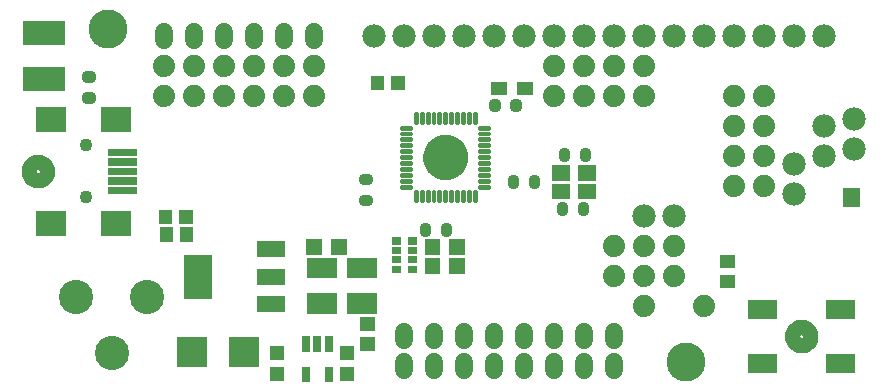
<source format=gbr>
G75*
G70*
%OFA0B0*%
%FSLAX24Y24*%
%IPPOS*%
%LPD*%
%AMOC8*
5,1,8,0,0,1.08239X$1,22.5*
%
%ADD10C,0.1300*%
%ADD11C,0.0740*%
%ADD12C,0.0600*%
%ADD13C,0.0023*%
%ADD14C,0.0020*%
%ADD15C,0.0020*%
%ADD16C,0.0315*%
%ADD17C,0.0024*%
%ADD18C,0.0022*%
%ADD19C,0.1000*%
%ADD20C,0.0119*%
%ADD21C,0.0020*%
%ADD22C,0.0023*%
%ADD23C,0.0024*%
%ADD24C,0.0025*%
%ADD25C,0.0434*%
%ADD26C,0.0021*%
%ADD27C,0.0018*%
%ADD28C,0.0780*%
%ADD29C,0.0023*%
%ADD30C,0.0019*%
%ADD31C,0.0500*%
%ADD32C,0.1140*%
D10*
X004595Y013400D03*
X023850Y002300D03*
D11*
X024450Y004150D03*
X023450Y005150D03*
X022450Y005150D03*
X021450Y005150D03*
X021450Y006150D03*
X022450Y006150D03*
X023450Y006150D03*
X025450Y008150D03*
X026450Y008150D03*
X026450Y009150D03*
X025450Y009150D03*
X025450Y010150D03*
X026450Y010150D03*
X026450Y011150D03*
X025450Y011150D03*
X022450Y011150D03*
X021450Y011150D03*
X020450Y011150D03*
X019450Y011150D03*
X019450Y012150D03*
X020450Y012150D03*
X021450Y012150D03*
X022450Y012150D03*
X011450Y012150D03*
X010450Y012150D03*
X009450Y012150D03*
X008450Y012150D03*
X007450Y012150D03*
X006450Y012150D03*
X006450Y011150D03*
X007450Y011150D03*
X008450Y011150D03*
X009450Y011150D03*
X010450Y011150D03*
X011450Y011150D03*
X022450Y004150D03*
D12*
X021450Y003290D02*
X021450Y003010D01*
X020450Y003010D02*
X020450Y003290D01*
X019450Y003290D02*
X019450Y003010D01*
X019450Y002290D02*
X019450Y002010D01*
X020450Y002010D02*
X020450Y002290D01*
X021450Y002290D02*
X021450Y002010D01*
X018450Y002010D02*
X018450Y002290D01*
X017450Y002290D02*
X017450Y002010D01*
X016450Y002010D02*
X016450Y002290D01*
X015450Y002290D02*
X015450Y002010D01*
X014450Y002010D02*
X014450Y002290D01*
X014450Y003010D02*
X014450Y003290D01*
X015450Y003290D02*
X015450Y003010D01*
X016450Y003010D02*
X016450Y003290D01*
X017450Y003290D02*
X017450Y003010D01*
X018450Y003010D02*
X018450Y003290D01*
X011450Y013010D02*
X011450Y013290D01*
X010450Y013290D02*
X010450Y013010D01*
X009450Y013010D02*
X009450Y013290D01*
X008450Y013290D02*
X008450Y013010D01*
X007450Y013010D02*
X007450Y013290D01*
X006450Y013290D02*
X006450Y013010D01*
D13*
X013341Y011379D02*
X013771Y011379D01*
X013341Y011379D02*
X013341Y011821D01*
X013771Y011821D01*
X013771Y011379D01*
X013771Y011401D02*
X013341Y011401D01*
X013341Y011423D02*
X013771Y011423D01*
X013771Y011445D02*
X013341Y011445D01*
X013341Y011467D02*
X013771Y011467D01*
X013771Y011489D02*
X013341Y011489D01*
X013341Y011511D02*
X013771Y011511D01*
X013771Y011533D02*
X013341Y011533D01*
X013341Y011555D02*
X013771Y011555D01*
X013771Y011577D02*
X013341Y011577D01*
X013341Y011599D02*
X013771Y011599D01*
X013771Y011621D02*
X013341Y011621D01*
X013341Y011643D02*
X013771Y011643D01*
X013771Y011665D02*
X013341Y011665D01*
X013341Y011687D02*
X013771Y011687D01*
X013771Y011709D02*
X013341Y011709D01*
X013341Y011731D02*
X013771Y011731D01*
X013771Y011753D02*
X013341Y011753D01*
X013341Y011775D02*
X013771Y011775D01*
X013771Y011797D02*
X013341Y011797D01*
X013341Y011819D02*
X013771Y011819D01*
X014029Y011379D02*
X014459Y011379D01*
X014029Y011379D02*
X014029Y011821D01*
X014459Y011821D01*
X014459Y011379D01*
X014459Y011401D02*
X014029Y011401D01*
X014029Y011423D02*
X014459Y011423D01*
X014459Y011445D02*
X014029Y011445D01*
X014029Y011467D02*
X014459Y011467D01*
X014459Y011489D02*
X014029Y011489D01*
X014029Y011511D02*
X014459Y011511D01*
X014459Y011533D02*
X014029Y011533D01*
X014029Y011555D02*
X014459Y011555D01*
X014459Y011577D02*
X014029Y011577D01*
X014029Y011599D02*
X014459Y011599D01*
X014459Y011621D02*
X014029Y011621D01*
X014029Y011643D02*
X014459Y011643D01*
X014459Y011665D02*
X014029Y011665D01*
X014029Y011687D02*
X014459Y011687D01*
X014459Y011709D02*
X014029Y011709D01*
X014029Y011731D02*
X014459Y011731D01*
X014459Y011753D02*
X014029Y011753D01*
X014029Y011775D02*
X014459Y011775D01*
X014459Y011797D02*
X014029Y011797D01*
X014029Y011819D02*
X014459Y011819D01*
X012329Y002809D02*
X012329Y002379D01*
X012329Y002809D02*
X012771Y002809D01*
X012771Y002379D01*
X012329Y002379D01*
X012329Y002401D02*
X012771Y002401D01*
X012771Y002423D02*
X012329Y002423D01*
X012329Y002445D02*
X012771Y002445D01*
X012771Y002467D02*
X012329Y002467D01*
X012329Y002489D02*
X012771Y002489D01*
X012771Y002511D02*
X012329Y002511D01*
X012329Y002533D02*
X012771Y002533D01*
X012771Y002555D02*
X012329Y002555D01*
X012329Y002577D02*
X012771Y002577D01*
X012771Y002599D02*
X012329Y002599D01*
X012329Y002621D02*
X012771Y002621D01*
X012771Y002643D02*
X012329Y002643D01*
X012329Y002665D02*
X012771Y002665D01*
X012771Y002687D02*
X012329Y002687D01*
X012329Y002709D02*
X012771Y002709D01*
X012771Y002731D02*
X012329Y002731D01*
X012329Y002753D02*
X012771Y002753D01*
X012771Y002775D02*
X012329Y002775D01*
X012329Y002797D02*
X012771Y002797D01*
X012329Y002121D02*
X012329Y001691D01*
X012329Y002121D02*
X012771Y002121D01*
X012771Y001691D01*
X012329Y001691D01*
X012329Y001713D02*
X012771Y001713D01*
X012771Y001735D02*
X012329Y001735D01*
X012329Y001757D02*
X012771Y001757D01*
X012771Y001779D02*
X012329Y001779D01*
X012329Y001801D02*
X012771Y001801D01*
X012771Y001823D02*
X012329Y001823D01*
X012329Y001845D02*
X012771Y001845D01*
X012771Y001867D02*
X012329Y001867D01*
X012329Y001889D02*
X012771Y001889D01*
X012771Y001911D02*
X012329Y001911D01*
X012329Y001933D02*
X012771Y001933D01*
X012771Y001955D02*
X012329Y001955D01*
X012329Y001977D02*
X012771Y001977D01*
X012771Y001999D02*
X012329Y001999D01*
X012329Y002021D02*
X012771Y002021D01*
X012771Y002043D02*
X012329Y002043D01*
X012329Y002065D02*
X012771Y002065D01*
X012771Y002087D02*
X012329Y002087D01*
X012329Y002109D02*
X012771Y002109D01*
X010421Y002121D02*
X010421Y001691D01*
X009979Y001691D01*
X009979Y002121D01*
X010421Y002121D01*
X010421Y001713D02*
X009979Y001713D01*
X009979Y001735D02*
X010421Y001735D01*
X010421Y001757D02*
X009979Y001757D01*
X009979Y001779D02*
X010421Y001779D01*
X010421Y001801D02*
X009979Y001801D01*
X009979Y001823D02*
X010421Y001823D01*
X010421Y001845D02*
X009979Y001845D01*
X009979Y001867D02*
X010421Y001867D01*
X010421Y001889D02*
X009979Y001889D01*
X009979Y001911D02*
X010421Y001911D01*
X010421Y001933D02*
X009979Y001933D01*
X009979Y001955D02*
X010421Y001955D01*
X010421Y001977D02*
X009979Y001977D01*
X009979Y001999D02*
X010421Y001999D01*
X010421Y002021D02*
X009979Y002021D01*
X009979Y002043D02*
X010421Y002043D01*
X010421Y002065D02*
X009979Y002065D01*
X009979Y002087D02*
X010421Y002087D01*
X010421Y002109D02*
X009979Y002109D01*
X010421Y002379D02*
X010421Y002809D01*
X010421Y002379D02*
X009979Y002379D01*
X009979Y002809D01*
X010421Y002809D01*
X010421Y002401D02*
X009979Y002401D01*
X009979Y002423D02*
X010421Y002423D01*
X010421Y002445D02*
X009979Y002445D01*
X009979Y002467D02*
X010421Y002467D01*
X010421Y002489D02*
X009979Y002489D01*
X009979Y002511D02*
X010421Y002511D01*
X010421Y002533D02*
X009979Y002533D01*
X009979Y002555D02*
X010421Y002555D01*
X010421Y002577D02*
X009979Y002577D01*
X009979Y002599D02*
X010421Y002599D01*
X010421Y002621D02*
X009979Y002621D01*
X009979Y002643D02*
X010421Y002643D01*
X010421Y002665D02*
X009979Y002665D01*
X009979Y002687D02*
X010421Y002687D01*
X010421Y002709D02*
X009979Y002709D01*
X009979Y002731D02*
X010421Y002731D01*
X010421Y002753D02*
X009979Y002753D01*
X009979Y002775D02*
X010421Y002775D01*
X010421Y002797D02*
X009979Y002797D01*
D14*
X011191Y005904D02*
X011191Y006396D01*
X011683Y006396D01*
X011683Y005904D01*
X011191Y005904D01*
X011191Y005923D02*
X011683Y005923D01*
X011683Y005942D02*
X011191Y005942D01*
X011191Y005961D02*
X011683Y005961D01*
X011683Y005980D02*
X011191Y005980D01*
X011191Y005999D02*
X011683Y005999D01*
X011683Y006018D02*
X011191Y006018D01*
X011191Y006037D02*
X011683Y006037D01*
X011683Y006056D02*
X011191Y006056D01*
X011191Y006075D02*
X011683Y006075D01*
X011683Y006094D02*
X011191Y006094D01*
X011191Y006113D02*
X011683Y006113D01*
X011683Y006132D02*
X011191Y006132D01*
X011191Y006151D02*
X011683Y006151D01*
X011683Y006170D02*
X011191Y006170D01*
X011191Y006189D02*
X011683Y006189D01*
X011683Y006208D02*
X011191Y006208D01*
X011191Y006227D02*
X011683Y006227D01*
X011683Y006246D02*
X011191Y006246D01*
X011191Y006265D02*
X011683Y006265D01*
X011683Y006284D02*
X011191Y006284D01*
X011191Y006303D02*
X011683Y006303D01*
X011683Y006322D02*
X011191Y006322D01*
X011191Y006341D02*
X011683Y006341D01*
X011683Y006360D02*
X011191Y006360D01*
X011191Y006379D02*
X011683Y006379D01*
X012017Y006396D02*
X012017Y005904D01*
X012017Y006396D02*
X012509Y006396D01*
X012509Y005904D01*
X012017Y005904D01*
X012017Y005923D02*
X012509Y005923D01*
X012509Y005942D02*
X012017Y005942D01*
X012017Y005961D02*
X012509Y005961D01*
X012509Y005980D02*
X012017Y005980D01*
X012017Y005999D02*
X012509Y005999D01*
X012509Y006018D02*
X012017Y006018D01*
X012017Y006037D02*
X012509Y006037D01*
X012509Y006056D02*
X012017Y006056D01*
X012017Y006075D02*
X012509Y006075D01*
X012509Y006094D02*
X012017Y006094D01*
X012017Y006113D02*
X012509Y006113D01*
X012509Y006132D02*
X012017Y006132D01*
X012017Y006151D02*
X012509Y006151D01*
X012509Y006170D02*
X012017Y006170D01*
X012017Y006189D02*
X012509Y006189D01*
X012509Y006208D02*
X012017Y006208D01*
X012017Y006227D02*
X012509Y006227D01*
X012509Y006246D02*
X012017Y006246D01*
X012017Y006265D02*
X012509Y006265D01*
X012509Y006284D02*
X012017Y006284D01*
X012017Y006303D02*
X012509Y006303D01*
X012509Y006322D02*
X012017Y006322D01*
X012017Y006341D02*
X012509Y006341D01*
X012509Y006360D02*
X012017Y006360D01*
X012017Y006379D02*
X012509Y006379D01*
X015141Y006396D02*
X015141Y005904D01*
X015141Y006396D02*
X015633Y006396D01*
X015633Y005904D01*
X015141Y005904D01*
X015141Y005923D02*
X015633Y005923D01*
X015633Y005942D02*
X015141Y005942D01*
X015141Y005961D02*
X015633Y005961D01*
X015633Y005980D02*
X015141Y005980D01*
X015141Y005999D02*
X015633Y005999D01*
X015633Y006018D02*
X015141Y006018D01*
X015141Y006037D02*
X015633Y006037D01*
X015633Y006056D02*
X015141Y006056D01*
X015141Y006075D02*
X015633Y006075D01*
X015633Y006094D02*
X015141Y006094D01*
X015141Y006113D02*
X015633Y006113D01*
X015633Y006132D02*
X015141Y006132D01*
X015141Y006151D02*
X015633Y006151D01*
X015633Y006170D02*
X015141Y006170D01*
X015141Y006189D02*
X015633Y006189D01*
X015633Y006208D02*
X015141Y006208D01*
X015141Y006227D02*
X015633Y006227D01*
X015633Y006246D02*
X015141Y006246D01*
X015141Y006265D02*
X015633Y006265D01*
X015633Y006284D02*
X015141Y006284D01*
X015141Y006303D02*
X015633Y006303D01*
X015633Y006322D02*
X015141Y006322D01*
X015141Y006341D02*
X015633Y006341D01*
X015633Y006360D02*
X015141Y006360D01*
X015141Y006379D02*
X015633Y006379D01*
X015967Y006396D02*
X015967Y005904D01*
X015967Y006396D02*
X016459Y006396D01*
X016459Y005904D01*
X015967Y005904D01*
X015967Y005923D02*
X016459Y005923D01*
X016459Y005942D02*
X015967Y005942D01*
X015967Y005961D02*
X016459Y005961D01*
X016459Y005980D02*
X015967Y005980D01*
X015967Y005999D02*
X016459Y005999D01*
X016459Y006018D02*
X015967Y006018D01*
X015967Y006037D02*
X016459Y006037D01*
X016459Y006056D02*
X015967Y006056D01*
X015967Y006075D02*
X016459Y006075D01*
X016459Y006094D02*
X015967Y006094D01*
X015967Y006113D02*
X016459Y006113D01*
X016459Y006132D02*
X015967Y006132D01*
X015967Y006151D02*
X016459Y006151D01*
X016459Y006170D02*
X015967Y006170D01*
X015967Y006189D02*
X016459Y006189D01*
X016459Y006208D02*
X015967Y006208D01*
X015967Y006227D02*
X016459Y006227D01*
X016459Y006246D02*
X015967Y006246D01*
X015967Y006265D02*
X016459Y006265D01*
X016459Y006284D02*
X015967Y006284D01*
X015967Y006303D02*
X016459Y006303D01*
X016459Y006322D02*
X015967Y006322D01*
X015967Y006341D02*
X016459Y006341D01*
X016459Y006360D02*
X015967Y006360D01*
X015967Y006379D02*
X016459Y006379D01*
X015967Y005746D02*
X015967Y005254D01*
X015967Y005746D02*
X016459Y005746D01*
X016459Y005254D01*
X015967Y005254D01*
X015967Y005273D02*
X016459Y005273D01*
X016459Y005292D02*
X015967Y005292D01*
X015967Y005311D02*
X016459Y005311D01*
X016459Y005330D02*
X015967Y005330D01*
X015967Y005349D02*
X016459Y005349D01*
X016459Y005368D02*
X015967Y005368D01*
X015967Y005387D02*
X016459Y005387D01*
X016459Y005406D02*
X015967Y005406D01*
X015967Y005425D02*
X016459Y005425D01*
X016459Y005444D02*
X015967Y005444D01*
X015967Y005463D02*
X016459Y005463D01*
X016459Y005482D02*
X015967Y005482D01*
X015967Y005501D02*
X016459Y005501D01*
X016459Y005520D02*
X015967Y005520D01*
X015967Y005539D02*
X016459Y005539D01*
X016459Y005558D02*
X015967Y005558D01*
X015967Y005577D02*
X016459Y005577D01*
X016459Y005596D02*
X015967Y005596D01*
X015967Y005615D02*
X016459Y005615D01*
X016459Y005634D02*
X015967Y005634D01*
X015967Y005653D02*
X016459Y005653D01*
X016459Y005672D02*
X015967Y005672D01*
X015967Y005691D02*
X016459Y005691D01*
X016459Y005710D02*
X015967Y005710D01*
X015967Y005729D02*
X016459Y005729D01*
X015141Y005746D02*
X015141Y005254D01*
X015141Y005746D02*
X015633Y005746D01*
X015633Y005254D01*
X015141Y005254D01*
X015141Y005273D02*
X015633Y005273D01*
X015633Y005292D02*
X015141Y005292D01*
X015141Y005311D02*
X015633Y005311D01*
X015633Y005330D02*
X015141Y005330D01*
X015141Y005349D02*
X015633Y005349D01*
X015633Y005368D02*
X015141Y005368D01*
X015141Y005387D02*
X015633Y005387D01*
X015633Y005406D02*
X015141Y005406D01*
X015141Y005425D02*
X015633Y005425D01*
X015633Y005444D02*
X015141Y005444D01*
X015141Y005463D02*
X015633Y005463D01*
X015633Y005482D02*
X015141Y005482D01*
X015141Y005501D02*
X015633Y005501D01*
X015633Y005520D02*
X015141Y005520D01*
X015141Y005539D02*
X015633Y005539D01*
X015633Y005558D02*
X015141Y005558D01*
X015141Y005577D02*
X015633Y005577D01*
X015633Y005596D02*
X015141Y005596D01*
X015141Y005615D02*
X015633Y005615D01*
X015633Y005634D02*
X015141Y005634D01*
X015141Y005653D02*
X015633Y005653D01*
X015633Y005672D02*
X015141Y005672D01*
X015141Y005691D02*
X015633Y005691D01*
X015633Y005710D02*
X015141Y005710D01*
X015141Y005729D02*
X015633Y005729D01*
X019952Y007739D02*
X019952Y008231D01*
X019952Y007739D02*
X019382Y007739D01*
X019382Y008231D01*
X019952Y008231D01*
X019952Y007758D02*
X019382Y007758D01*
X019382Y007777D02*
X019952Y007777D01*
X019952Y007796D02*
X019382Y007796D01*
X019382Y007815D02*
X019952Y007815D01*
X019952Y007834D02*
X019382Y007834D01*
X019382Y007853D02*
X019952Y007853D01*
X019952Y007872D02*
X019382Y007872D01*
X019382Y007891D02*
X019952Y007891D01*
X019952Y007910D02*
X019382Y007910D01*
X019382Y007929D02*
X019952Y007929D01*
X019952Y007948D02*
X019382Y007948D01*
X019382Y007967D02*
X019952Y007967D01*
X019952Y007986D02*
X019382Y007986D01*
X019382Y008005D02*
X019952Y008005D01*
X019952Y008024D02*
X019382Y008024D01*
X019382Y008043D02*
X019952Y008043D01*
X019952Y008062D02*
X019382Y008062D01*
X019382Y008081D02*
X019952Y008081D01*
X019952Y008100D02*
X019382Y008100D01*
X019382Y008119D02*
X019952Y008119D01*
X019952Y008138D02*
X019382Y008138D01*
X019382Y008157D02*
X019952Y008157D01*
X019952Y008176D02*
X019382Y008176D01*
X019382Y008195D02*
X019952Y008195D01*
X019952Y008214D02*
X019382Y008214D01*
X019952Y008369D02*
X019952Y008861D01*
X019952Y008369D02*
X019382Y008369D01*
X019382Y008861D01*
X019952Y008861D01*
X019952Y008388D02*
X019382Y008388D01*
X019382Y008407D02*
X019952Y008407D01*
X019952Y008426D02*
X019382Y008426D01*
X019382Y008445D02*
X019952Y008445D01*
X019952Y008464D02*
X019382Y008464D01*
X019382Y008483D02*
X019952Y008483D01*
X019952Y008502D02*
X019382Y008502D01*
X019382Y008521D02*
X019952Y008521D01*
X019952Y008540D02*
X019382Y008540D01*
X019382Y008559D02*
X019952Y008559D01*
X019952Y008578D02*
X019382Y008578D01*
X019382Y008597D02*
X019952Y008597D01*
X019952Y008616D02*
X019382Y008616D01*
X019382Y008635D02*
X019952Y008635D01*
X019952Y008654D02*
X019382Y008654D01*
X019382Y008673D02*
X019952Y008673D01*
X019952Y008692D02*
X019382Y008692D01*
X019382Y008711D02*
X019952Y008711D01*
X019952Y008730D02*
X019382Y008730D01*
X019382Y008749D02*
X019952Y008749D01*
X019952Y008768D02*
X019382Y008768D01*
X019382Y008787D02*
X019952Y008787D01*
X019952Y008806D02*
X019382Y008806D01*
X019382Y008825D02*
X019952Y008825D01*
X019952Y008844D02*
X019382Y008844D01*
X020818Y008861D02*
X020818Y008369D01*
X020248Y008369D01*
X020248Y008861D01*
X020818Y008861D01*
X020818Y008388D02*
X020248Y008388D01*
X020248Y008407D02*
X020818Y008407D01*
X020818Y008426D02*
X020248Y008426D01*
X020248Y008445D02*
X020818Y008445D01*
X020818Y008464D02*
X020248Y008464D01*
X020248Y008483D02*
X020818Y008483D01*
X020818Y008502D02*
X020248Y008502D01*
X020248Y008521D02*
X020818Y008521D01*
X020818Y008540D02*
X020248Y008540D01*
X020248Y008559D02*
X020818Y008559D01*
X020818Y008578D02*
X020248Y008578D01*
X020248Y008597D02*
X020818Y008597D01*
X020818Y008616D02*
X020248Y008616D01*
X020248Y008635D02*
X020818Y008635D01*
X020818Y008654D02*
X020248Y008654D01*
X020248Y008673D02*
X020818Y008673D01*
X020818Y008692D02*
X020248Y008692D01*
X020248Y008711D02*
X020818Y008711D01*
X020818Y008730D02*
X020248Y008730D01*
X020248Y008749D02*
X020818Y008749D01*
X020818Y008768D02*
X020248Y008768D01*
X020248Y008787D02*
X020818Y008787D01*
X020818Y008806D02*
X020248Y008806D01*
X020248Y008825D02*
X020818Y008825D01*
X020818Y008844D02*
X020248Y008844D01*
X020818Y008231D02*
X020818Y007739D01*
X020248Y007739D01*
X020248Y008231D01*
X020818Y008231D01*
X020818Y007758D02*
X020248Y007758D01*
X020248Y007777D02*
X020818Y007777D01*
X020818Y007796D02*
X020248Y007796D01*
X020248Y007815D02*
X020818Y007815D01*
X020818Y007834D02*
X020248Y007834D01*
X020248Y007853D02*
X020818Y007853D01*
X020818Y007872D02*
X020248Y007872D01*
X020248Y007891D02*
X020818Y007891D01*
X020818Y007910D02*
X020248Y007910D01*
X020248Y007929D02*
X020818Y007929D01*
X020818Y007948D02*
X020248Y007948D01*
X020248Y007967D02*
X020818Y007967D01*
X020818Y007986D02*
X020248Y007986D01*
X020248Y008005D02*
X020818Y008005D01*
X020818Y008024D02*
X020248Y008024D01*
X020248Y008043D02*
X020818Y008043D01*
X020818Y008062D02*
X020248Y008062D01*
X020248Y008081D02*
X020818Y008081D01*
X020818Y008100D02*
X020248Y008100D01*
X020248Y008119D02*
X020818Y008119D01*
X020818Y008138D02*
X020248Y008138D01*
X020248Y008157D02*
X020818Y008157D01*
X020818Y008176D02*
X020248Y008176D01*
X020248Y008195D02*
X020818Y008195D01*
X020818Y008214D02*
X020248Y008214D01*
D15*
X009598Y002168D02*
X008634Y002168D01*
X008634Y003132D01*
X009598Y003132D01*
X009598Y002168D01*
X009598Y002187D02*
X008634Y002187D01*
X008634Y002206D02*
X009598Y002206D01*
X009598Y002225D02*
X008634Y002225D01*
X008634Y002244D02*
X009598Y002244D01*
X009598Y002263D02*
X008634Y002263D01*
X008634Y002282D02*
X009598Y002282D01*
X009598Y002301D02*
X008634Y002301D01*
X008634Y002320D02*
X009598Y002320D01*
X009598Y002339D02*
X008634Y002339D01*
X008634Y002358D02*
X009598Y002358D01*
X009598Y002377D02*
X008634Y002377D01*
X008634Y002396D02*
X009598Y002396D01*
X009598Y002415D02*
X008634Y002415D01*
X008634Y002434D02*
X009598Y002434D01*
X009598Y002453D02*
X008634Y002453D01*
X008634Y002472D02*
X009598Y002472D01*
X009598Y002491D02*
X008634Y002491D01*
X008634Y002510D02*
X009598Y002510D01*
X009598Y002529D02*
X008634Y002529D01*
X008634Y002548D02*
X009598Y002548D01*
X009598Y002567D02*
X008634Y002567D01*
X008634Y002586D02*
X009598Y002586D01*
X009598Y002605D02*
X008634Y002605D01*
X008634Y002624D02*
X009598Y002624D01*
X009598Y002643D02*
X008634Y002643D01*
X008634Y002662D02*
X009598Y002662D01*
X009598Y002681D02*
X008634Y002681D01*
X008634Y002700D02*
X009598Y002700D01*
X009598Y002719D02*
X008634Y002719D01*
X008634Y002738D02*
X009598Y002738D01*
X009598Y002757D02*
X008634Y002757D01*
X008634Y002776D02*
X009598Y002776D01*
X009598Y002795D02*
X008634Y002795D01*
X008634Y002814D02*
X009598Y002814D01*
X009598Y002833D02*
X008634Y002833D01*
X008634Y002852D02*
X009598Y002852D01*
X009598Y002871D02*
X008634Y002871D01*
X008634Y002890D02*
X009598Y002890D01*
X009598Y002909D02*
X008634Y002909D01*
X008634Y002928D02*
X009598Y002928D01*
X009598Y002947D02*
X008634Y002947D01*
X008634Y002966D02*
X009598Y002966D01*
X009598Y002985D02*
X008634Y002985D01*
X008634Y003004D02*
X009598Y003004D01*
X009598Y003023D02*
X008634Y003023D01*
X008634Y003042D02*
X009598Y003042D01*
X009598Y003061D02*
X008634Y003061D01*
X008634Y003080D02*
X009598Y003080D01*
X009598Y003099D02*
X008634Y003099D01*
X008634Y003118D02*
X009598Y003118D01*
X007866Y002168D02*
X006902Y002168D01*
X006902Y003132D01*
X007866Y003132D01*
X007866Y002168D01*
X007866Y002187D02*
X006902Y002187D01*
X006902Y002206D02*
X007866Y002206D01*
X007866Y002225D02*
X006902Y002225D01*
X006902Y002244D02*
X007866Y002244D01*
X007866Y002263D02*
X006902Y002263D01*
X006902Y002282D02*
X007866Y002282D01*
X007866Y002301D02*
X006902Y002301D01*
X006902Y002320D02*
X007866Y002320D01*
X007866Y002339D02*
X006902Y002339D01*
X006902Y002358D02*
X007866Y002358D01*
X007866Y002377D02*
X006902Y002377D01*
X006902Y002396D02*
X007866Y002396D01*
X007866Y002415D02*
X006902Y002415D01*
X006902Y002434D02*
X007866Y002434D01*
X007866Y002453D02*
X006902Y002453D01*
X006902Y002472D02*
X007866Y002472D01*
X007866Y002491D02*
X006902Y002491D01*
X006902Y002510D02*
X007866Y002510D01*
X007866Y002529D02*
X006902Y002529D01*
X006902Y002548D02*
X007866Y002548D01*
X007866Y002567D02*
X006902Y002567D01*
X006902Y002586D02*
X007866Y002586D01*
X007866Y002605D02*
X006902Y002605D01*
X006902Y002624D02*
X007866Y002624D01*
X007866Y002643D02*
X006902Y002643D01*
X006902Y002662D02*
X007866Y002662D01*
X007866Y002681D02*
X006902Y002681D01*
X006902Y002700D02*
X007866Y002700D01*
X007866Y002719D02*
X006902Y002719D01*
X006902Y002738D02*
X007866Y002738D01*
X007866Y002757D02*
X006902Y002757D01*
X006902Y002776D02*
X007866Y002776D01*
X007866Y002795D02*
X006902Y002795D01*
X006902Y002814D02*
X007866Y002814D01*
X007866Y002833D02*
X006902Y002833D01*
X006902Y002852D02*
X007866Y002852D01*
X007866Y002871D02*
X006902Y002871D01*
X006902Y002890D02*
X007866Y002890D01*
X007866Y002909D02*
X006902Y002909D01*
X006902Y002928D02*
X007866Y002928D01*
X007866Y002947D02*
X006902Y002947D01*
X006902Y002966D02*
X007866Y002966D01*
X007866Y002985D02*
X006902Y002985D01*
X006902Y003004D02*
X007866Y003004D01*
X007866Y003023D02*
X006902Y003023D01*
X006902Y003042D02*
X007866Y003042D01*
X007866Y003061D02*
X006902Y003061D01*
X006902Y003080D02*
X007866Y003080D01*
X007866Y003099D02*
X006902Y003099D01*
X006902Y003118D02*
X007866Y003118D01*
D16*
X013086Y007725D02*
X013244Y007725D01*
X013244Y007645D01*
X013086Y007645D01*
X013086Y007725D01*
X013086Y008425D02*
X013244Y008425D01*
X013244Y008345D01*
X013086Y008345D01*
X013086Y008425D01*
X015110Y006789D02*
X015110Y006631D01*
X015110Y006789D02*
X015190Y006789D01*
X015190Y006631D01*
X015110Y006631D01*
X015810Y006631D02*
X015810Y006789D01*
X015890Y006789D01*
X015890Y006631D01*
X015810Y006631D01*
X018140Y008221D02*
X018140Y008379D01*
X018140Y008221D02*
X018060Y008221D01*
X018060Y008379D01*
X018140Y008379D01*
X018840Y008379D02*
X018840Y008221D01*
X018760Y008221D01*
X018760Y008379D01*
X018840Y008379D01*
X019840Y009121D02*
X019840Y009279D01*
X019840Y009121D02*
X019760Y009121D01*
X019760Y009279D01*
X019840Y009279D01*
X020540Y009279D02*
X020540Y009121D01*
X020460Y009121D01*
X020460Y009279D01*
X020540Y009279D01*
X018220Y010771D02*
X018220Y010929D01*
X018220Y010771D02*
X018140Y010771D01*
X018140Y010929D01*
X018220Y010929D01*
X017520Y010929D02*
X017520Y010771D01*
X017440Y010771D01*
X017440Y010929D01*
X017520Y010929D01*
X019690Y007479D02*
X019690Y007321D01*
X019690Y007479D02*
X019770Y007479D01*
X019770Y007321D01*
X019690Y007321D01*
X020390Y007321D02*
X020390Y007479D01*
X020470Y007479D01*
X020470Y007321D01*
X020390Y007321D01*
X004029Y011060D02*
X003871Y011060D01*
X003871Y011140D01*
X004029Y011140D01*
X004029Y011060D01*
X004029Y011760D02*
X003871Y011760D01*
X003871Y011840D01*
X004029Y011840D01*
X004029Y011760D01*
D17*
X001773Y012114D02*
X001773Y011350D01*
X001773Y012114D02*
X003127Y012114D01*
X003127Y011350D01*
X001773Y011350D01*
X001773Y011373D02*
X003127Y011373D01*
X003127Y011396D02*
X001773Y011396D01*
X001773Y011419D02*
X003127Y011419D01*
X003127Y011442D02*
X001773Y011442D01*
X001773Y011465D02*
X003127Y011465D01*
X003127Y011488D02*
X001773Y011488D01*
X001773Y011511D02*
X003127Y011511D01*
X003127Y011534D02*
X001773Y011534D01*
X001773Y011557D02*
X003127Y011557D01*
X003127Y011580D02*
X001773Y011580D01*
X001773Y011603D02*
X003127Y011603D01*
X003127Y011626D02*
X001773Y011626D01*
X001773Y011649D02*
X003127Y011649D01*
X003127Y011672D02*
X001773Y011672D01*
X001773Y011695D02*
X003127Y011695D01*
X003127Y011718D02*
X001773Y011718D01*
X001773Y011741D02*
X003127Y011741D01*
X003127Y011764D02*
X001773Y011764D01*
X001773Y011787D02*
X003127Y011787D01*
X003127Y011810D02*
X001773Y011810D01*
X001773Y011833D02*
X003127Y011833D01*
X003127Y011856D02*
X001773Y011856D01*
X001773Y011879D02*
X003127Y011879D01*
X003127Y011902D02*
X001773Y011902D01*
X001773Y011925D02*
X003127Y011925D01*
X003127Y011948D02*
X001773Y011948D01*
X001773Y011971D02*
X003127Y011971D01*
X003127Y011994D02*
X001773Y011994D01*
X001773Y012017D02*
X003127Y012017D01*
X003127Y012040D02*
X001773Y012040D01*
X001773Y012063D02*
X003127Y012063D01*
X003127Y012086D02*
X001773Y012086D01*
X001773Y012109D02*
X003127Y012109D01*
X001773Y012886D02*
X001773Y013650D01*
X003127Y013650D01*
X003127Y012886D01*
X001773Y012886D01*
X001773Y012909D02*
X003127Y012909D01*
X003127Y012932D02*
X001773Y012932D01*
X001773Y012955D02*
X003127Y012955D01*
X003127Y012978D02*
X001773Y012978D01*
X001773Y013001D02*
X003127Y013001D01*
X003127Y013024D02*
X001773Y013024D01*
X001773Y013047D02*
X003127Y013047D01*
X003127Y013070D02*
X001773Y013070D01*
X001773Y013093D02*
X003127Y013093D01*
X003127Y013116D02*
X001773Y013116D01*
X001773Y013139D02*
X003127Y013139D01*
X003127Y013162D02*
X001773Y013162D01*
X001773Y013185D02*
X003127Y013185D01*
X003127Y013208D02*
X001773Y013208D01*
X001773Y013231D02*
X003127Y013231D01*
X003127Y013254D02*
X001773Y013254D01*
X001773Y013277D02*
X003127Y013277D01*
X003127Y013300D02*
X001773Y013300D01*
X001773Y013323D02*
X003127Y013323D01*
X003127Y013346D02*
X001773Y013346D01*
X001773Y013369D02*
X003127Y013369D01*
X003127Y013392D02*
X001773Y013392D01*
X001773Y013415D02*
X003127Y013415D01*
X003127Y013438D02*
X001773Y013438D01*
X001773Y013461D02*
X003127Y013461D01*
X003127Y013484D02*
X001773Y013484D01*
X001773Y013507D02*
X003127Y013507D01*
X003127Y013530D02*
X001773Y013530D01*
X001773Y013553D02*
X003127Y013553D01*
X003127Y013576D02*
X001773Y013576D01*
X001773Y013599D02*
X003127Y013599D01*
X003127Y013622D02*
X001773Y013622D01*
X001773Y013645D02*
X003127Y013645D01*
D18*
X006294Y006913D02*
X006706Y006913D01*
X006294Y006913D02*
X006294Y007363D01*
X006706Y007363D01*
X006706Y006913D01*
X006706Y006934D02*
X006294Y006934D01*
X006294Y006955D02*
X006706Y006955D01*
X006706Y006976D02*
X006294Y006976D01*
X006294Y006997D02*
X006706Y006997D01*
X006706Y007018D02*
X006294Y007018D01*
X006294Y007039D02*
X006706Y007039D01*
X006706Y007060D02*
X006294Y007060D01*
X006294Y007081D02*
X006706Y007081D01*
X006706Y007102D02*
X006294Y007102D01*
X006294Y007123D02*
X006706Y007123D01*
X006706Y007144D02*
X006294Y007144D01*
X006294Y007165D02*
X006706Y007165D01*
X006706Y007186D02*
X006294Y007186D01*
X006294Y007207D02*
X006706Y007207D01*
X006706Y007228D02*
X006294Y007228D01*
X006294Y007249D02*
X006706Y007249D01*
X006706Y007270D02*
X006294Y007270D01*
X006294Y007291D02*
X006706Y007291D01*
X006706Y007312D02*
X006294Y007312D01*
X006294Y007333D02*
X006706Y007333D01*
X006706Y007354D02*
X006294Y007354D01*
X006964Y006913D02*
X007376Y006913D01*
X006964Y006913D02*
X006964Y007363D01*
X007376Y007363D01*
X007376Y006913D01*
X007376Y006934D02*
X006964Y006934D01*
X006964Y006955D02*
X007376Y006955D01*
X007376Y006976D02*
X006964Y006976D01*
X006964Y006997D02*
X007376Y006997D01*
X007376Y007018D02*
X006964Y007018D01*
X006964Y007039D02*
X007376Y007039D01*
X007376Y007060D02*
X006964Y007060D01*
X006964Y007081D02*
X007376Y007081D01*
X007376Y007102D02*
X006964Y007102D01*
X006964Y007123D02*
X007376Y007123D01*
X007376Y007144D02*
X006964Y007144D01*
X006964Y007165D02*
X007376Y007165D01*
X007376Y007186D02*
X006964Y007186D01*
X006964Y007207D02*
X007376Y007207D01*
X007376Y007228D02*
X006964Y007228D01*
X006964Y007249D02*
X007376Y007249D01*
X007376Y007270D02*
X006964Y007270D01*
X006964Y007291D02*
X007376Y007291D01*
X007376Y007312D02*
X006964Y007312D01*
X006964Y007333D02*
X007376Y007333D01*
X007376Y007354D02*
X006964Y007354D01*
X006979Y006325D02*
X007391Y006325D01*
X006979Y006325D02*
X006979Y006775D01*
X007391Y006775D01*
X007391Y006325D01*
X007391Y006346D02*
X006979Y006346D01*
X006979Y006367D02*
X007391Y006367D01*
X007391Y006388D02*
X006979Y006388D01*
X006979Y006409D02*
X007391Y006409D01*
X007391Y006430D02*
X006979Y006430D01*
X006979Y006451D02*
X007391Y006451D01*
X007391Y006472D02*
X006979Y006472D01*
X006979Y006493D02*
X007391Y006493D01*
X007391Y006514D02*
X006979Y006514D01*
X006979Y006535D02*
X007391Y006535D01*
X007391Y006556D02*
X006979Y006556D01*
X006979Y006577D02*
X007391Y006577D01*
X007391Y006598D02*
X006979Y006598D01*
X006979Y006619D02*
X007391Y006619D01*
X007391Y006640D02*
X006979Y006640D01*
X006979Y006661D02*
X007391Y006661D01*
X007391Y006682D02*
X006979Y006682D01*
X006979Y006703D02*
X007391Y006703D01*
X007391Y006724D02*
X006979Y006724D01*
X006979Y006745D02*
X007391Y006745D01*
X007391Y006766D02*
X006979Y006766D01*
X006721Y006325D02*
X006309Y006325D01*
X006309Y006775D01*
X006721Y006775D01*
X006721Y006325D01*
X006721Y006346D02*
X006309Y006346D01*
X006309Y006367D02*
X006721Y006367D01*
X006721Y006388D02*
X006309Y006388D01*
X006309Y006409D02*
X006721Y006409D01*
X006721Y006430D02*
X006309Y006430D01*
X006309Y006451D02*
X006721Y006451D01*
X006721Y006472D02*
X006309Y006472D01*
X006309Y006493D02*
X006721Y006493D01*
X006721Y006514D02*
X006309Y006514D01*
X006309Y006535D02*
X006721Y006535D01*
X006721Y006556D02*
X006309Y006556D01*
X006309Y006577D02*
X006721Y006577D01*
X006721Y006598D02*
X006309Y006598D01*
X006309Y006619D02*
X006721Y006619D01*
X006721Y006640D02*
X006309Y006640D01*
X006309Y006661D02*
X006721Y006661D01*
X006721Y006682D02*
X006309Y006682D01*
X006309Y006703D02*
X006721Y006703D01*
X006721Y006724D02*
X006309Y006724D01*
X006309Y006745D02*
X006721Y006745D01*
X006721Y006766D02*
X006309Y006766D01*
X012995Y003781D02*
X012995Y003369D01*
X012995Y003781D02*
X013445Y003781D01*
X013445Y003369D01*
X012995Y003369D01*
X012995Y003390D02*
X013445Y003390D01*
X013445Y003411D02*
X012995Y003411D01*
X012995Y003432D02*
X013445Y003432D01*
X013445Y003453D02*
X012995Y003453D01*
X012995Y003474D02*
X013445Y003474D01*
X013445Y003495D02*
X012995Y003495D01*
X012995Y003516D02*
X013445Y003516D01*
X013445Y003537D02*
X012995Y003537D01*
X012995Y003558D02*
X013445Y003558D01*
X013445Y003579D02*
X012995Y003579D01*
X012995Y003600D02*
X013445Y003600D01*
X013445Y003621D02*
X012995Y003621D01*
X012995Y003642D02*
X013445Y003642D01*
X013445Y003663D02*
X012995Y003663D01*
X012995Y003684D02*
X013445Y003684D01*
X013445Y003705D02*
X012995Y003705D01*
X012995Y003726D02*
X013445Y003726D01*
X013445Y003747D02*
X012995Y003747D01*
X012995Y003768D02*
X013445Y003768D01*
X012995Y003111D02*
X012995Y002699D01*
X012995Y003111D02*
X013445Y003111D01*
X013445Y002699D01*
X012995Y002699D01*
X012995Y002720D02*
X013445Y002720D01*
X013445Y002741D02*
X012995Y002741D01*
X012995Y002762D02*
X013445Y002762D01*
X013445Y002783D02*
X012995Y002783D01*
X012995Y002804D02*
X013445Y002804D01*
X013445Y002825D02*
X012995Y002825D01*
X012995Y002846D02*
X013445Y002846D01*
X013445Y002867D02*
X012995Y002867D01*
X012995Y002888D02*
X013445Y002888D01*
X013445Y002909D02*
X012995Y002909D01*
X012995Y002930D02*
X013445Y002930D01*
X013445Y002951D02*
X012995Y002951D01*
X012995Y002972D02*
X013445Y002972D01*
X013445Y002993D02*
X012995Y002993D01*
X012995Y003014D02*
X013445Y003014D01*
X013445Y003035D02*
X012995Y003035D01*
X012995Y003056D02*
X013445Y003056D01*
X013445Y003077D02*
X012995Y003077D01*
X012995Y003098D02*
X013445Y003098D01*
X025000Y004774D02*
X025000Y005186D01*
X025450Y005186D01*
X025450Y004774D01*
X025000Y004774D01*
X025000Y004795D02*
X025450Y004795D01*
X025450Y004816D02*
X025000Y004816D01*
X025000Y004837D02*
X025450Y004837D01*
X025450Y004858D02*
X025000Y004858D01*
X025000Y004879D02*
X025450Y004879D01*
X025450Y004900D02*
X025000Y004900D01*
X025000Y004921D02*
X025450Y004921D01*
X025450Y004942D02*
X025000Y004942D01*
X025000Y004963D02*
X025450Y004963D01*
X025450Y004984D02*
X025000Y004984D01*
X025000Y005005D02*
X025450Y005005D01*
X025450Y005026D02*
X025000Y005026D01*
X025000Y005047D02*
X025450Y005047D01*
X025450Y005068D02*
X025000Y005068D01*
X025000Y005089D02*
X025450Y005089D01*
X025450Y005110D02*
X025000Y005110D01*
X025000Y005131D02*
X025450Y005131D01*
X025450Y005152D02*
X025000Y005152D01*
X025000Y005173D02*
X025450Y005173D01*
X025000Y005444D02*
X025000Y005856D01*
X025450Y005856D01*
X025450Y005444D01*
X025000Y005444D01*
X025000Y005465D02*
X025450Y005465D01*
X025450Y005486D02*
X025000Y005486D01*
X025000Y005507D02*
X025450Y005507D01*
X025450Y005528D02*
X025000Y005528D01*
X025000Y005549D02*
X025450Y005549D01*
X025450Y005570D02*
X025000Y005570D01*
X025000Y005591D02*
X025450Y005591D01*
X025450Y005612D02*
X025000Y005612D01*
X025000Y005633D02*
X025450Y005633D01*
X025450Y005654D02*
X025000Y005654D01*
X025000Y005675D02*
X025450Y005675D01*
X025450Y005696D02*
X025000Y005696D01*
X025000Y005717D02*
X025450Y005717D01*
X025450Y005738D02*
X025000Y005738D01*
X025000Y005759D02*
X025450Y005759D01*
X025450Y005780D02*
X025000Y005780D01*
X025000Y005801D02*
X025450Y005801D01*
X025450Y005822D02*
X025000Y005822D01*
X025000Y005843D02*
X025450Y005843D01*
X018728Y011626D02*
X018238Y011626D01*
X018728Y011626D02*
X018728Y011214D01*
X018238Y011214D01*
X018238Y011626D01*
X018238Y011235D02*
X018728Y011235D01*
X018728Y011256D02*
X018238Y011256D01*
X018238Y011277D02*
X018728Y011277D01*
X018728Y011298D02*
X018238Y011298D01*
X018238Y011319D02*
X018728Y011319D01*
X018728Y011340D02*
X018238Y011340D01*
X018238Y011361D02*
X018728Y011361D01*
X018728Y011382D02*
X018238Y011382D01*
X018238Y011403D02*
X018728Y011403D01*
X018728Y011424D02*
X018238Y011424D01*
X018238Y011445D02*
X018728Y011445D01*
X018728Y011466D02*
X018238Y011466D01*
X018238Y011487D02*
X018728Y011487D01*
X018728Y011508D02*
X018238Y011508D01*
X018238Y011529D02*
X018728Y011529D01*
X018728Y011550D02*
X018238Y011550D01*
X018238Y011571D02*
X018728Y011571D01*
X018728Y011592D02*
X018238Y011592D01*
X018238Y011613D02*
X018728Y011613D01*
X017862Y011626D02*
X017372Y011626D01*
X017862Y011626D02*
X017862Y011214D01*
X017372Y011214D01*
X017372Y011626D01*
X017372Y011235D02*
X017862Y011235D01*
X017862Y011256D02*
X017372Y011256D01*
X017372Y011277D02*
X017862Y011277D01*
X017862Y011298D02*
X017372Y011298D01*
X017372Y011319D02*
X017862Y011319D01*
X017862Y011340D02*
X017372Y011340D01*
X017372Y011361D02*
X017862Y011361D01*
X017862Y011382D02*
X017372Y011382D01*
X017372Y011403D02*
X017862Y011403D01*
X017862Y011424D02*
X017372Y011424D01*
X017372Y011445D02*
X017862Y011445D01*
X017862Y011466D02*
X017372Y011466D01*
X017372Y011487D02*
X017862Y011487D01*
X017862Y011508D02*
X017372Y011508D01*
X017372Y011529D02*
X017862Y011529D01*
X017862Y011550D02*
X017372Y011550D01*
X017372Y011571D02*
X017862Y011571D01*
X017862Y011592D02*
X017372Y011592D01*
X017372Y011613D02*
X017862Y011613D01*
D19*
X015600Y009100D02*
X015602Y009131D01*
X015608Y009162D01*
X015618Y009192D01*
X015631Y009220D01*
X015648Y009247D01*
X015668Y009271D01*
X015691Y009293D01*
X015716Y009311D01*
X015744Y009326D01*
X015773Y009338D01*
X015803Y009346D01*
X015834Y009350D01*
X015866Y009350D01*
X015897Y009346D01*
X015927Y009338D01*
X015956Y009326D01*
X015984Y009311D01*
X016009Y009293D01*
X016032Y009271D01*
X016052Y009247D01*
X016069Y009220D01*
X016082Y009192D01*
X016092Y009162D01*
X016098Y009131D01*
X016100Y009100D01*
X016098Y009069D01*
X016092Y009038D01*
X016082Y009008D01*
X016069Y008980D01*
X016052Y008953D01*
X016032Y008929D01*
X016009Y008907D01*
X015984Y008889D01*
X015956Y008874D01*
X015927Y008862D01*
X015897Y008854D01*
X015866Y008850D01*
X015834Y008850D01*
X015803Y008854D01*
X015773Y008862D01*
X015744Y008874D01*
X015716Y008889D01*
X015691Y008907D01*
X015668Y008929D01*
X015648Y008953D01*
X015631Y008980D01*
X015618Y009008D01*
X015608Y009038D01*
X015602Y009069D01*
X015600Y009100D01*
D20*
X014699Y009085D02*
X014403Y009085D01*
X014403Y009115D01*
X014699Y009115D01*
X014699Y009085D01*
X014699Y008888D02*
X014403Y008888D01*
X014403Y008918D01*
X014699Y008918D01*
X014699Y008888D01*
X014699Y008691D02*
X014403Y008691D01*
X014403Y008721D01*
X014699Y008721D01*
X014699Y008691D01*
X014699Y008494D02*
X014403Y008494D01*
X014403Y008524D01*
X014699Y008524D01*
X014699Y008494D01*
X014699Y008298D02*
X014403Y008298D01*
X014403Y008328D01*
X014699Y008328D01*
X014699Y008298D01*
X014699Y008101D02*
X014403Y008101D01*
X014403Y008131D01*
X014699Y008131D01*
X014699Y008101D01*
X014881Y007949D02*
X014881Y007653D01*
X014851Y007653D01*
X014851Y007949D01*
X014881Y007949D01*
X014881Y007771D02*
X014851Y007771D01*
X014851Y007889D02*
X014881Y007889D01*
X015078Y007949D02*
X015078Y007653D01*
X015048Y007653D01*
X015048Y007949D01*
X015078Y007949D01*
X015078Y007771D02*
X015048Y007771D01*
X015048Y007889D02*
X015078Y007889D01*
X015274Y007939D02*
X015274Y007643D01*
X015244Y007643D01*
X015244Y007939D01*
X015274Y007939D01*
X015274Y007761D02*
X015244Y007761D01*
X015244Y007879D02*
X015274Y007879D01*
X015471Y007939D02*
X015471Y007643D01*
X015441Y007643D01*
X015441Y007939D01*
X015471Y007939D01*
X015471Y007761D02*
X015441Y007761D01*
X015441Y007879D02*
X015471Y007879D01*
X015668Y007949D02*
X015668Y007653D01*
X015638Y007653D01*
X015638Y007949D01*
X015668Y007949D01*
X015668Y007771D02*
X015638Y007771D01*
X015638Y007889D02*
X015668Y007889D01*
X015865Y007949D02*
X015865Y007653D01*
X015835Y007653D01*
X015835Y007949D01*
X015865Y007949D01*
X015865Y007771D02*
X015835Y007771D01*
X015835Y007889D02*
X015865Y007889D01*
X016062Y007949D02*
X016062Y007653D01*
X016032Y007653D01*
X016032Y007949D01*
X016062Y007949D01*
X016062Y007771D02*
X016032Y007771D01*
X016032Y007889D02*
X016062Y007889D01*
X016259Y007949D02*
X016259Y007653D01*
X016229Y007653D01*
X016229Y007949D01*
X016259Y007949D01*
X016259Y007771D02*
X016229Y007771D01*
X016229Y007889D02*
X016259Y007889D01*
X016456Y007949D02*
X016456Y007653D01*
X016426Y007653D01*
X016426Y007949D01*
X016456Y007949D01*
X016456Y007771D02*
X016426Y007771D01*
X016426Y007889D02*
X016456Y007889D01*
X016652Y007949D02*
X016652Y007653D01*
X016622Y007653D01*
X016622Y007949D01*
X016652Y007949D01*
X016652Y007771D02*
X016622Y007771D01*
X016622Y007889D02*
X016652Y007889D01*
X016849Y007949D02*
X016849Y007653D01*
X016819Y007653D01*
X016819Y007949D01*
X016849Y007949D01*
X016849Y007771D02*
X016819Y007771D01*
X016819Y007889D02*
X016849Y007889D01*
X017001Y008131D02*
X017297Y008131D01*
X017297Y008101D01*
X017001Y008101D01*
X017001Y008131D01*
X017001Y008328D02*
X017297Y008328D01*
X017297Y008298D01*
X017001Y008298D01*
X017001Y008328D01*
X017001Y008524D02*
X017297Y008524D01*
X017297Y008494D01*
X017001Y008494D01*
X017001Y008524D01*
X017001Y008721D02*
X017297Y008721D01*
X017297Y008691D01*
X017001Y008691D01*
X017001Y008721D01*
X017001Y008918D02*
X017297Y008918D01*
X017297Y008888D01*
X017001Y008888D01*
X017001Y008918D01*
X017001Y009115D02*
X017297Y009115D01*
X017297Y009085D01*
X017001Y009085D01*
X017001Y009115D01*
X017001Y009312D02*
X017297Y009312D01*
X017297Y009282D01*
X017001Y009282D01*
X017001Y009312D01*
X017001Y009509D02*
X017297Y009509D01*
X017297Y009479D01*
X017001Y009479D01*
X017001Y009509D01*
X017001Y009706D02*
X017297Y009706D01*
X017297Y009676D01*
X017001Y009676D01*
X017001Y009706D01*
X017001Y009902D02*
X017297Y009902D01*
X017297Y009872D01*
X017001Y009872D01*
X017001Y009902D01*
X017001Y010099D02*
X017297Y010099D01*
X017297Y010069D01*
X017001Y010069D01*
X017001Y010099D01*
X016819Y010251D02*
X016819Y010547D01*
X016849Y010547D01*
X016849Y010251D01*
X016819Y010251D01*
X016819Y010369D02*
X016849Y010369D01*
X016849Y010487D02*
X016819Y010487D01*
X016622Y010547D02*
X016622Y010251D01*
X016622Y010547D02*
X016652Y010547D01*
X016652Y010251D01*
X016622Y010251D01*
X016622Y010369D02*
X016652Y010369D01*
X016652Y010487D02*
X016622Y010487D01*
X016426Y010547D02*
X016426Y010251D01*
X016426Y010547D02*
X016456Y010547D01*
X016456Y010251D01*
X016426Y010251D01*
X016426Y010369D02*
X016456Y010369D01*
X016456Y010487D02*
X016426Y010487D01*
X016229Y010547D02*
X016229Y010251D01*
X016229Y010547D02*
X016259Y010547D01*
X016259Y010251D01*
X016229Y010251D01*
X016229Y010369D02*
X016259Y010369D01*
X016259Y010487D02*
X016229Y010487D01*
X016032Y010547D02*
X016032Y010251D01*
X016032Y010547D02*
X016062Y010547D01*
X016062Y010251D01*
X016032Y010251D01*
X016032Y010369D02*
X016062Y010369D01*
X016062Y010487D02*
X016032Y010487D01*
X015835Y010547D02*
X015835Y010251D01*
X015835Y010547D02*
X015865Y010547D01*
X015865Y010251D01*
X015835Y010251D01*
X015835Y010369D02*
X015865Y010369D01*
X015865Y010487D02*
X015835Y010487D01*
X015638Y010547D02*
X015638Y010251D01*
X015638Y010547D02*
X015668Y010547D01*
X015668Y010251D01*
X015638Y010251D01*
X015638Y010369D02*
X015668Y010369D01*
X015668Y010487D02*
X015638Y010487D01*
X015441Y010547D02*
X015441Y010251D01*
X015441Y010547D02*
X015471Y010547D01*
X015471Y010251D01*
X015441Y010251D01*
X015441Y010369D02*
X015471Y010369D01*
X015471Y010487D02*
X015441Y010487D01*
X015244Y010547D02*
X015244Y010251D01*
X015244Y010547D02*
X015274Y010547D01*
X015274Y010251D01*
X015244Y010251D01*
X015244Y010369D02*
X015274Y010369D01*
X015274Y010487D02*
X015244Y010487D01*
X015048Y010547D02*
X015048Y010251D01*
X015048Y010547D02*
X015078Y010547D01*
X015078Y010251D01*
X015048Y010251D01*
X015048Y010369D02*
X015078Y010369D01*
X015078Y010487D02*
X015048Y010487D01*
X014851Y010547D02*
X014851Y010251D01*
X014851Y010547D02*
X014881Y010547D01*
X014881Y010251D01*
X014851Y010251D01*
X014851Y010369D02*
X014881Y010369D01*
X014881Y010487D02*
X014851Y010487D01*
X014699Y010069D02*
X014403Y010069D01*
X014403Y010099D01*
X014699Y010099D01*
X014699Y010069D01*
X014699Y009872D02*
X014403Y009872D01*
X014403Y009902D01*
X014699Y009902D01*
X014699Y009872D01*
X014699Y009676D02*
X014403Y009676D01*
X014403Y009706D01*
X014699Y009706D01*
X014699Y009676D01*
X014699Y009479D02*
X014403Y009479D01*
X014403Y009509D01*
X014699Y009509D01*
X014699Y009479D01*
X014699Y009282D02*
X014403Y009282D01*
X014403Y009312D01*
X014699Y009312D01*
X014699Y009282D01*
D21*
X012568Y005766D02*
X012568Y005116D01*
X012568Y005766D02*
X013532Y005766D01*
X013532Y005116D01*
X012568Y005116D01*
X012568Y005135D02*
X013532Y005135D01*
X013532Y005154D02*
X012568Y005154D01*
X012568Y005173D02*
X013532Y005173D01*
X013532Y005192D02*
X012568Y005192D01*
X012568Y005211D02*
X013532Y005211D01*
X013532Y005230D02*
X012568Y005230D01*
X012568Y005249D02*
X013532Y005249D01*
X013532Y005268D02*
X012568Y005268D01*
X012568Y005287D02*
X013532Y005287D01*
X013532Y005306D02*
X012568Y005306D01*
X012568Y005325D02*
X013532Y005325D01*
X013532Y005344D02*
X012568Y005344D01*
X012568Y005363D02*
X013532Y005363D01*
X013532Y005382D02*
X012568Y005382D01*
X012568Y005401D02*
X013532Y005401D01*
X013532Y005420D02*
X012568Y005420D01*
X012568Y005439D02*
X013532Y005439D01*
X013532Y005458D02*
X012568Y005458D01*
X012568Y005477D02*
X013532Y005477D01*
X013532Y005496D02*
X012568Y005496D01*
X012568Y005515D02*
X013532Y005515D01*
X013532Y005534D02*
X012568Y005534D01*
X012568Y005553D02*
X013532Y005553D01*
X013532Y005572D02*
X012568Y005572D01*
X012568Y005591D02*
X013532Y005591D01*
X013532Y005610D02*
X012568Y005610D01*
X012568Y005629D02*
X013532Y005629D01*
X013532Y005648D02*
X012568Y005648D01*
X012568Y005667D02*
X013532Y005667D01*
X013532Y005686D02*
X012568Y005686D01*
X012568Y005705D02*
X013532Y005705D01*
X013532Y005724D02*
X012568Y005724D01*
X012568Y005743D02*
X013532Y005743D01*
X013532Y005762D02*
X012568Y005762D01*
X011218Y005766D02*
X011218Y005116D01*
X011218Y005766D02*
X012182Y005766D01*
X012182Y005116D01*
X011218Y005116D01*
X011218Y005135D02*
X012182Y005135D01*
X012182Y005154D02*
X011218Y005154D01*
X011218Y005173D02*
X012182Y005173D01*
X012182Y005192D02*
X011218Y005192D01*
X011218Y005211D02*
X012182Y005211D01*
X012182Y005230D02*
X011218Y005230D01*
X011218Y005249D02*
X012182Y005249D01*
X012182Y005268D02*
X011218Y005268D01*
X011218Y005287D02*
X012182Y005287D01*
X012182Y005306D02*
X011218Y005306D01*
X011218Y005325D02*
X012182Y005325D01*
X012182Y005344D02*
X011218Y005344D01*
X011218Y005363D02*
X012182Y005363D01*
X012182Y005382D02*
X011218Y005382D01*
X011218Y005401D02*
X012182Y005401D01*
X012182Y005420D02*
X011218Y005420D01*
X011218Y005439D02*
X012182Y005439D01*
X012182Y005458D02*
X011218Y005458D01*
X011218Y005477D02*
X012182Y005477D01*
X012182Y005496D02*
X011218Y005496D01*
X011218Y005515D02*
X012182Y005515D01*
X012182Y005534D02*
X011218Y005534D01*
X011218Y005553D02*
X012182Y005553D01*
X012182Y005572D02*
X011218Y005572D01*
X011218Y005591D02*
X012182Y005591D01*
X012182Y005610D02*
X011218Y005610D01*
X011218Y005629D02*
X012182Y005629D01*
X012182Y005648D02*
X011218Y005648D01*
X011218Y005667D02*
X012182Y005667D01*
X012182Y005686D02*
X011218Y005686D01*
X011218Y005705D02*
X012182Y005705D01*
X012182Y005724D02*
X011218Y005724D01*
X011218Y005743D02*
X012182Y005743D01*
X012182Y005762D02*
X011218Y005762D01*
X012182Y004584D02*
X012182Y003934D01*
X011218Y003934D01*
X011218Y004584D01*
X012182Y004584D01*
X012182Y003953D02*
X011218Y003953D01*
X011218Y003972D02*
X012182Y003972D01*
X012182Y003991D02*
X011218Y003991D01*
X011218Y004010D02*
X012182Y004010D01*
X012182Y004029D02*
X011218Y004029D01*
X011218Y004048D02*
X012182Y004048D01*
X012182Y004067D02*
X011218Y004067D01*
X011218Y004086D02*
X012182Y004086D01*
X012182Y004105D02*
X011218Y004105D01*
X011218Y004124D02*
X012182Y004124D01*
X012182Y004143D02*
X011218Y004143D01*
X011218Y004162D02*
X012182Y004162D01*
X012182Y004181D02*
X011218Y004181D01*
X011218Y004200D02*
X012182Y004200D01*
X012182Y004219D02*
X011218Y004219D01*
X011218Y004238D02*
X012182Y004238D01*
X012182Y004257D02*
X011218Y004257D01*
X011218Y004276D02*
X012182Y004276D01*
X012182Y004295D02*
X011218Y004295D01*
X011218Y004314D02*
X012182Y004314D01*
X012182Y004333D02*
X011218Y004333D01*
X011218Y004352D02*
X012182Y004352D01*
X012182Y004371D02*
X011218Y004371D01*
X011218Y004390D02*
X012182Y004390D01*
X012182Y004409D02*
X011218Y004409D01*
X011218Y004428D02*
X012182Y004428D01*
X012182Y004447D02*
X011218Y004447D01*
X011218Y004466D02*
X012182Y004466D01*
X012182Y004485D02*
X011218Y004485D01*
X011218Y004504D02*
X012182Y004504D01*
X012182Y004523D02*
X011218Y004523D01*
X011218Y004542D02*
X012182Y004542D01*
X012182Y004561D02*
X011218Y004561D01*
X011218Y004580D02*
X012182Y004580D01*
X013532Y004584D02*
X013532Y003934D01*
X012568Y003934D01*
X012568Y004584D01*
X013532Y004584D01*
X013532Y003953D02*
X012568Y003953D01*
X012568Y003972D02*
X013532Y003972D01*
X013532Y003991D02*
X012568Y003991D01*
X012568Y004010D02*
X013532Y004010D01*
X013532Y004029D02*
X012568Y004029D01*
X012568Y004048D02*
X013532Y004048D01*
X013532Y004067D02*
X012568Y004067D01*
X012568Y004086D02*
X013532Y004086D01*
X013532Y004105D02*
X012568Y004105D01*
X012568Y004124D02*
X013532Y004124D01*
X013532Y004143D02*
X012568Y004143D01*
X012568Y004162D02*
X013532Y004162D01*
X013532Y004181D02*
X012568Y004181D01*
X012568Y004200D02*
X013532Y004200D01*
X013532Y004219D02*
X012568Y004219D01*
X012568Y004238D02*
X013532Y004238D01*
X013532Y004257D02*
X012568Y004257D01*
X012568Y004276D02*
X013532Y004276D01*
X013532Y004295D02*
X012568Y004295D01*
X012568Y004314D02*
X013532Y004314D01*
X013532Y004333D02*
X012568Y004333D01*
X012568Y004352D02*
X013532Y004352D01*
X013532Y004371D02*
X012568Y004371D01*
X012568Y004390D02*
X013532Y004390D01*
X013532Y004409D02*
X012568Y004409D01*
X012568Y004428D02*
X013532Y004428D01*
X013532Y004447D02*
X012568Y004447D01*
X012568Y004466D02*
X013532Y004466D01*
X013532Y004485D02*
X012568Y004485D01*
X012568Y004504D02*
X013532Y004504D01*
X013532Y004523D02*
X012568Y004523D01*
X012568Y004542D02*
X013532Y004542D01*
X013532Y004561D02*
X012568Y004561D01*
X012568Y004580D02*
X013532Y004580D01*
D22*
X012041Y003157D02*
X011807Y003157D01*
X012041Y003157D02*
X012041Y002667D01*
X011807Y002667D01*
X011807Y003157D01*
X011807Y002689D02*
X012041Y002689D01*
X012041Y002711D02*
X011807Y002711D01*
X011807Y002733D02*
X012041Y002733D01*
X012041Y002755D02*
X011807Y002755D01*
X011807Y002777D02*
X012041Y002777D01*
X012041Y002799D02*
X011807Y002799D01*
X011807Y002821D02*
X012041Y002821D01*
X012041Y002843D02*
X011807Y002843D01*
X011807Y002865D02*
X012041Y002865D01*
X012041Y002887D02*
X011807Y002887D01*
X011807Y002909D02*
X012041Y002909D01*
X012041Y002931D02*
X011807Y002931D01*
X011807Y002953D02*
X012041Y002953D01*
X012041Y002975D02*
X011807Y002975D01*
X011807Y002997D02*
X012041Y002997D01*
X012041Y003019D02*
X011807Y003019D01*
X011807Y003041D02*
X012041Y003041D01*
X012041Y003063D02*
X011807Y003063D01*
X011807Y003085D02*
X012041Y003085D01*
X012041Y003107D02*
X011807Y003107D01*
X011807Y003129D02*
X012041Y003129D01*
X012041Y003151D02*
X011807Y003151D01*
X011667Y003157D02*
X011433Y003157D01*
X011667Y003157D02*
X011667Y002667D01*
X011433Y002667D01*
X011433Y003157D01*
X011433Y002689D02*
X011667Y002689D01*
X011667Y002711D02*
X011433Y002711D01*
X011433Y002733D02*
X011667Y002733D01*
X011667Y002755D02*
X011433Y002755D01*
X011433Y002777D02*
X011667Y002777D01*
X011667Y002799D02*
X011433Y002799D01*
X011433Y002821D02*
X011667Y002821D01*
X011667Y002843D02*
X011433Y002843D01*
X011433Y002865D02*
X011667Y002865D01*
X011667Y002887D02*
X011433Y002887D01*
X011433Y002909D02*
X011667Y002909D01*
X011667Y002931D02*
X011433Y002931D01*
X011433Y002953D02*
X011667Y002953D01*
X011667Y002975D02*
X011433Y002975D01*
X011433Y002997D02*
X011667Y002997D01*
X011667Y003019D02*
X011433Y003019D01*
X011433Y003041D02*
X011667Y003041D01*
X011667Y003063D02*
X011433Y003063D01*
X011433Y003085D02*
X011667Y003085D01*
X011667Y003107D02*
X011433Y003107D01*
X011433Y003129D02*
X011667Y003129D01*
X011667Y003151D02*
X011433Y003151D01*
X011293Y003157D02*
X011059Y003157D01*
X011293Y003157D02*
X011293Y002667D01*
X011059Y002667D01*
X011059Y003157D01*
X011059Y002689D02*
X011293Y002689D01*
X011293Y002711D02*
X011059Y002711D01*
X011059Y002733D02*
X011293Y002733D01*
X011293Y002755D02*
X011059Y002755D01*
X011059Y002777D02*
X011293Y002777D01*
X011293Y002799D02*
X011059Y002799D01*
X011059Y002821D02*
X011293Y002821D01*
X011293Y002843D02*
X011059Y002843D01*
X011059Y002865D02*
X011293Y002865D01*
X011293Y002887D02*
X011059Y002887D01*
X011059Y002909D02*
X011293Y002909D01*
X011293Y002931D02*
X011059Y002931D01*
X011059Y002953D02*
X011293Y002953D01*
X011293Y002975D02*
X011059Y002975D01*
X011059Y002997D02*
X011293Y002997D01*
X011293Y003019D02*
X011059Y003019D01*
X011059Y003041D02*
X011293Y003041D01*
X011293Y003063D02*
X011059Y003063D01*
X011059Y003085D02*
X011293Y003085D01*
X011293Y003107D02*
X011059Y003107D01*
X011059Y003129D02*
X011293Y003129D01*
X011293Y003151D02*
X011059Y003151D01*
X011059Y002133D02*
X011293Y002133D01*
X011293Y001643D01*
X011059Y001643D01*
X011059Y002133D01*
X011059Y001665D02*
X011293Y001665D01*
X011293Y001687D02*
X011059Y001687D01*
X011059Y001709D02*
X011293Y001709D01*
X011293Y001731D02*
X011059Y001731D01*
X011059Y001753D02*
X011293Y001753D01*
X011293Y001775D02*
X011059Y001775D01*
X011059Y001797D02*
X011293Y001797D01*
X011293Y001819D02*
X011059Y001819D01*
X011059Y001841D02*
X011293Y001841D01*
X011293Y001863D02*
X011059Y001863D01*
X011059Y001885D02*
X011293Y001885D01*
X011293Y001907D02*
X011059Y001907D01*
X011059Y001929D02*
X011293Y001929D01*
X011293Y001951D02*
X011059Y001951D01*
X011059Y001973D02*
X011293Y001973D01*
X011293Y001995D02*
X011059Y001995D01*
X011059Y002017D02*
X011293Y002017D01*
X011293Y002039D02*
X011059Y002039D01*
X011059Y002061D02*
X011293Y002061D01*
X011293Y002083D02*
X011059Y002083D01*
X011059Y002105D02*
X011293Y002105D01*
X011293Y002127D02*
X011059Y002127D01*
X011807Y002133D02*
X012041Y002133D01*
X012041Y001643D01*
X011807Y001643D01*
X011807Y002133D01*
X011807Y001665D02*
X012041Y001665D01*
X012041Y001687D02*
X011807Y001687D01*
X011807Y001709D02*
X012041Y001709D01*
X012041Y001731D02*
X011807Y001731D01*
X011807Y001753D02*
X012041Y001753D01*
X012041Y001775D02*
X011807Y001775D01*
X011807Y001797D02*
X012041Y001797D01*
X012041Y001819D02*
X011807Y001819D01*
X011807Y001841D02*
X012041Y001841D01*
X012041Y001863D02*
X011807Y001863D01*
X011807Y001885D02*
X012041Y001885D01*
X012041Y001907D02*
X011807Y001907D01*
X011807Y001929D02*
X012041Y001929D01*
X012041Y001951D02*
X011807Y001951D01*
X011807Y001973D02*
X012041Y001973D01*
X012041Y001995D02*
X011807Y001995D01*
X011807Y002017D02*
X012041Y002017D01*
X012041Y002039D02*
X011807Y002039D01*
X011807Y002061D02*
X012041Y002061D01*
X012041Y002083D02*
X011807Y002083D01*
X011807Y002105D02*
X012041Y002105D01*
X012041Y002127D02*
X011807Y002127D01*
D23*
X014330Y005292D02*
X014330Y005504D01*
X014330Y005292D02*
X014058Y005292D01*
X014058Y005504D01*
X014330Y005504D01*
X014330Y005315D02*
X014058Y005315D01*
X014058Y005338D02*
X014330Y005338D01*
X014330Y005361D02*
X014058Y005361D01*
X014058Y005384D02*
X014330Y005384D01*
X014330Y005407D02*
X014058Y005407D01*
X014058Y005430D02*
X014330Y005430D01*
X014330Y005453D02*
X014058Y005453D01*
X014058Y005476D02*
X014330Y005476D01*
X014330Y005499D02*
X014058Y005499D01*
X014330Y005607D02*
X014330Y005819D01*
X014330Y005607D02*
X014058Y005607D01*
X014058Y005819D01*
X014330Y005819D01*
X014330Y005630D02*
X014058Y005630D01*
X014058Y005653D02*
X014330Y005653D01*
X014330Y005676D02*
X014058Y005676D01*
X014058Y005699D02*
X014330Y005699D01*
X014330Y005722D02*
X014058Y005722D01*
X014058Y005745D02*
X014330Y005745D01*
X014330Y005768D02*
X014058Y005768D01*
X014058Y005791D02*
X014330Y005791D01*
X014330Y005814D02*
X014058Y005814D01*
X014330Y005921D02*
X014330Y006133D01*
X014330Y005921D02*
X014058Y005921D01*
X014058Y006133D01*
X014330Y006133D01*
X014330Y005944D02*
X014058Y005944D01*
X014058Y005967D02*
X014330Y005967D01*
X014330Y005990D02*
X014058Y005990D01*
X014058Y006013D02*
X014330Y006013D01*
X014330Y006036D02*
X014058Y006036D01*
X014058Y006059D02*
X014330Y006059D01*
X014330Y006082D02*
X014058Y006082D01*
X014058Y006105D02*
X014330Y006105D01*
X014330Y006128D02*
X014058Y006128D01*
X014330Y006236D02*
X014330Y006448D01*
X014330Y006236D02*
X014058Y006236D01*
X014058Y006448D01*
X014330Y006448D01*
X014330Y006259D02*
X014058Y006259D01*
X014058Y006282D02*
X014330Y006282D01*
X014330Y006305D02*
X014058Y006305D01*
X014058Y006328D02*
X014330Y006328D01*
X014330Y006351D02*
X014058Y006351D01*
X014058Y006374D02*
X014330Y006374D01*
X014330Y006397D02*
X014058Y006397D01*
X014058Y006420D02*
X014330Y006420D01*
X014330Y006443D02*
X014058Y006443D01*
X014862Y006448D02*
X014862Y006236D01*
X014590Y006236D01*
X014590Y006448D01*
X014862Y006448D01*
X014862Y006259D02*
X014590Y006259D01*
X014590Y006282D02*
X014862Y006282D01*
X014862Y006305D02*
X014590Y006305D01*
X014590Y006328D02*
X014862Y006328D01*
X014862Y006351D02*
X014590Y006351D01*
X014590Y006374D02*
X014862Y006374D01*
X014862Y006397D02*
X014590Y006397D01*
X014590Y006420D02*
X014862Y006420D01*
X014862Y006443D02*
X014590Y006443D01*
X014862Y006133D02*
X014862Y005921D01*
X014590Y005921D01*
X014590Y006133D01*
X014862Y006133D01*
X014862Y005944D02*
X014590Y005944D01*
X014590Y005967D02*
X014862Y005967D01*
X014862Y005990D02*
X014590Y005990D01*
X014590Y006013D02*
X014862Y006013D01*
X014862Y006036D02*
X014590Y006036D01*
X014590Y006059D02*
X014862Y006059D01*
X014862Y006082D02*
X014590Y006082D01*
X014590Y006105D02*
X014862Y006105D01*
X014862Y006128D02*
X014590Y006128D01*
X014862Y005819D02*
X014862Y005607D01*
X014590Y005607D01*
X014590Y005819D01*
X014862Y005819D01*
X014862Y005630D02*
X014590Y005630D01*
X014590Y005653D02*
X014862Y005653D01*
X014862Y005676D02*
X014590Y005676D01*
X014590Y005699D02*
X014862Y005699D01*
X014862Y005722D02*
X014590Y005722D01*
X014590Y005745D02*
X014862Y005745D01*
X014862Y005768D02*
X014590Y005768D01*
X014590Y005791D02*
X014862Y005791D01*
X014862Y005814D02*
X014590Y005814D01*
X014862Y005504D02*
X014862Y005292D01*
X014590Y005292D01*
X014590Y005504D01*
X014862Y005504D01*
X014862Y005315D02*
X014590Y005315D01*
X014590Y005338D02*
X014862Y005338D01*
X014862Y005361D02*
X014590Y005361D01*
X014590Y005384D02*
X014862Y005384D01*
X014862Y005407D02*
X014590Y005407D01*
X014590Y005430D02*
X014862Y005430D01*
X014862Y005453D02*
X014590Y005453D01*
X014590Y005476D02*
X014862Y005476D01*
X014862Y005499D02*
X014590Y005499D01*
X005512Y007914D02*
X005512Y008126D01*
X005512Y007914D02*
X004588Y007914D01*
X004588Y008126D01*
X005512Y008126D01*
X005512Y007937D02*
X004588Y007937D01*
X004588Y007960D02*
X005512Y007960D01*
X005512Y007983D02*
X004588Y007983D01*
X004588Y008006D02*
X005512Y008006D01*
X005512Y008029D02*
X004588Y008029D01*
X004588Y008052D02*
X005512Y008052D01*
X005512Y008075D02*
X004588Y008075D01*
X004588Y008098D02*
X005512Y008098D01*
X005512Y008121D02*
X004588Y008121D01*
X005512Y008229D02*
X005512Y008441D01*
X005512Y008229D02*
X004588Y008229D01*
X004588Y008441D01*
X005512Y008441D01*
X005512Y008252D02*
X004588Y008252D01*
X004588Y008275D02*
X005512Y008275D01*
X005512Y008298D02*
X004588Y008298D01*
X004588Y008321D02*
X005512Y008321D01*
X005512Y008344D02*
X004588Y008344D01*
X004588Y008367D02*
X005512Y008367D01*
X005512Y008390D02*
X004588Y008390D01*
X004588Y008413D02*
X005512Y008413D01*
X005512Y008436D02*
X004588Y008436D01*
X005512Y008544D02*
X005512Y008756D01*
X005512Y008544D02*
X004588Y008544D01*
X004588Y008756D01*
X005512Y008756D01*
X005512Y008567D02*
X004588Y008567D01*
X004588Y008590D02*
X005512Y008590D01*
X005512Y008613D02*
X004588Y008613D01*
X004588Y008636D02*
X005512Y008636D01*
X005512Y008659D02*
X004588Y008659D01*
X004588Y008682D02*
X005512Y008682D01*
X005512Y008705D02*
X004588Y008705D01*
X004588Y008728D02*
X005512Y008728D01*
X005512Y008751D02*
X004588Y008751D01*
X005512Y008859D02*
X005512Y009071D01*
X005512Y008859D02*
X004588Y008859D01*
X004588Y009071D01*
X005512Y009071D01*
X005512Y008882D02*
X004588Y008882D01*
X004588Y008905D02*
X005512Y008905D01*
X005512Y008928D02*
X004588Y008928D01*
X004588Y008951D02*
X005512Y008951D01*
X005512Y008974D02*
X004588Y008974D01*
X004588Y008997D02*
X005512Y008997D01*
X005512Y009020D02*
X004588Y009020D01*
X004588Y009043D02*
X005512Y009043D01*
X005512Y009066D02*
X004588Y009066D01*
X005512Y009174D02*
X005512Y009386D01*
X005512Y009174D02*
X004588Y009174D01*
X004588Y009386D01*
X005512Y009386D01*
X005512Y009197D02*
X004588Y009197D01*
X004588Y009220D02*
X005512Y009220D01*
X005512Y009243D02*
X004588Y009243D01*
X004588Y009266D02*
X005512Y009266D01*
X005512Y009289D02*
X004588Y009289D01*
X004588Y009312D02*
X005512Y009312D01*
X005512Y009335D02*
X004588Y009335D01*
X004588Y009358D02*
X005512Y009358D01*
X005512Y009381D02*
X004588Y009381D01*
D24*
X004348Y009981D02*
X004348Y010783D01*
X005308Y010783D01*
X005308Y009981D01*
X004348Y009981D01*
X004348Y010005D02*
X005308Y010005D01*
X005308Y010029D02*
X004348Y010029D01*
X004348Y010053D02*
X005308Y010053D01*
X005308Y010077D02*
X004348Y010077D01*
X004348Y010101D02*
X005308Y010101D01*
X005308Y010125D02*
X004348Y010125D01*
X004348Y010149D02*
X005308Y010149D01*
X005308Y010173D02*
X004348Y010173D01*
X004348Y010197D02*
X005308Y010197D01*
X005308Y010221D02*
X004348Y010221D01*
X004348Y010245D02*
X005308Y010245D01*
X005308Y010269D02*
X004348Y010269D01*
X004348Y010293D02*
X005308Y010293D01*
X005308Y010317D02*
X004348Y010317D01*
X004348Y010341D02*
X005308Y010341D01*
X005308Y010365D02*
X004348Y010365D01*
X004348Y010389D02*
X005308Y010389D01*
X005308Y010413D02*
X004348Y010413D01*
X004348Y010437D02*
X005308Y010437D01*
X005308Y010461D02*
X004348Y010461D01*
X004348Y010485D02*
X005308Y010485D01*
X005308Y010509D02*
X004348Y010509D01*
X004348Y010533D02*
X005308Y010533D01*
X005308Y010557D02*
X004348Y010557D01*
X004348Y010581D02*
X005308Y010581D01*
X005308Y010605D02*
X004348Y010605D01*
X004348Y010629D02*
X005308Y010629D01*
X005308Y010653D02*
X004348Y010653D01*
X004348Y010677D02*
X005308Y010677D01*
X005308Y010701D02*
X004348Y010701D01*
X004348Y010725D02*
X005308Y010725D01*
X005308Y010749D02*
X004348Y010749D01*
X004348Y010773D02*
X005308Y010773D01*
X002183Y010783D02*
X002183Y009981D01*
X002183Y010783D02*
X003143Y010783D01*
X003143Y009981D01*
X002183Y009981D01*
X002183Y010005D02*
X003143Y010005D01*
X003143Y010029D02*
X002183Y010029D01*
X002183Y010053D02*
X003143Y010053D01*
X003143Y010077D02*
X002183Y010077D01*
X002183Y010101D02*
X003143Y010101D01*
X003143Y010125D02*
X002183Y010125D01*
X002183Y010149D02*
X003143Y010149D01*
X003143Y010173D02*
X002183Y010173D01*
X002183Y010197D02*
X003143Y010197D01*
X003143Y010221D02*
X002183Y010221D01*
X002183Y010245D02*
X003143Y010245D01*
X003143Y010269D02*
X002183Y010269D01*
X002183Y010293D02*
X003143Y010293D01*
X003143Y010317D02*
X002183Y010317D01*
X002183Y010341D02*
X003143Y010341D01*
X003143Y010365D02*
X002183Y010365D01*
X002183Y010389D02*
X003143Y010389D01*
X003143Y010413D02*
X002183Y010413D01*
X002183Y010437D02*
X003143Y010437D01*
X003143Y010461D02*
X002183Y010461D01*
X002183Y010485D02*
X003143Y010485D01*
X003143Y010509D02*
X002183Y010509D01*
X002183Y010533D02*
X003143Y010533D01*
X003143Y010557D02*
X002183Y010557D01*
X002183Y010581D02*
X003143Y010581D01*
X003143Y010605D02*
X002183Y010605D01*
X002183Y010629D02*
X003143Y010629D01*
X003143Y010653D02*
X002183Y010653D01*
X002183Y010677D02*
X003143Y010677D01*
X003143Y010701D02*
X002183Y010701D01*
X002183Y010725D02*
X003143Y010725D01*
X003143Y010749D02*
X002183Y010749D01*
X002183Y010773D02*
X003143Y010773D01*
X002183Y007319D02*
X002183Y006517D01*
X002183Y007319D02*
X003143Y007319D01*
X003143Y006517D01*
X002183Y006517D01*
X002183Y006541D02*
X003143Y006541D01*
X003143Y006565D02*
X002183Y006565D01*
X002183Y006589D02*
X003143Y006589D01*
X003143Y006613D02*
X002183Y006613D01*
X002183Y006637D02*
X003143Y006637D01*
X003143Y006661D02*
X002183Y006661D01*
X002183Y006685D02*
X003143Y006685D01*
X003143Y006709D02*
X002183Y006709D01*
X002183Y006733D02*
X003143Y006733D01*
X003143Y006757D02*
X002183Y006757D01*
X002183Y006781D02*
X003143Y006781D01*
X003143Y006805D02*
X002183Y006805D01*
X002183Y006829D02*
X003143Y006829D01*
X003143Y006853D02*
X002183Y006853D01*
X002183Y006877D02*
X003143Y006877D01*
X003143Y006901D02*
X002183Y006901D01*
X002183Y006925D02*
X003143Y006925D01*
X003143Y006949D02*
X002183Y006949D01*
X002183Y006973D02*
X003143Y006973D01*
X003143Y006997D02*
X002183Y006997D01*
X002183Y007021D02*
X003143Y007021D01*
X003143Y007045D02*
X002183Y007045D01*
X002183Y007069D02*
X003143Y007069D01*
X003143Y007093D02*
X002183Y007093D01*
X002183Y007117D02*
X003143Y007117D01*
X003143Y007141D02*
X002183Y007141D01*
X002183Y007165D02*
X003143Y007165D01*
X003143Y007189D02*
X002183Y007189D01*
X002183Y007213D02*
X003143Y007213D01*
X003143Y007237D02*
X002183Y007237D01*
X002183Y007261D02*
X003143Y007261D01*
X003143Y007285D02*
X002183Y007285D01*
X002183Y007309D02*
X003143Y007309D01*
X004348Y007319D02*
X004348Y006517D01*
X004348Y007319D02*
X005308Y007319D01*
X005308Y006517D01*
X004348Y006517D01*
X004348Y006541D02*
X005308Y006541D01*
X005308Y006565D02*
X004348Y006565D01*
X004348Y006589D02*
X005308Y006589D01*
X005308Y006613D02*
X004348Y006613D01*
X004348Y006637D02*
X005308Y006637D01*
X005308Y006661D02*
X004348Y006661D01*
X004348Y006685D02*
X005308Y006685D01*
X005308Y006709D02*
X004348Y006709D01*
X004348Y006733D02*
X005308Y006733D01*
X005308Y006757D02*
X004348Y006757D01*
X004348Y006781D02*
X005308Y006781D01*
X005308Y006805D02*
X004348Y006805D01*
X004348Y006829D02*
X005308Y006829D01*
X005308Y006853D02*
X004348Y006853D01*
X004348Y006877D02*
X005308Y006877D01*
X005308Y006901D02*
X004348Y006901D01*
X004348Y006925D02*
X005308Y006925D01*
X005308Y006949D02*
X004348Y006949D01*
X004348Y006973D02*
X005308Y006973D01*
X005308Y006997D02*
X004348Y006997D01*
X004348Y007021D02*
X005308Y007021D01*
X005308Y007045D02*
X004348Y007045D01*
X004348Y007069D02*
X005308Y007069D01*
X005308Y007093D02*
X004348Y007093D01*
X004348Y007117D02*
X005308Y007117D01*
X005308Y007141D02*
X004348Y007141D01*
X004348Y007165D02*
X005308Y007165D01*
X005308Y007189D02*
X004348Y007189D01*
X004348Y007213D02*
X005308Y007213D01*
X005308Y007237D02*
X004348Y007237D01*
X004348Y007261D02*
X005308Y007261D01*
X005308Y007285D02*
X004348Y007285D01*
X004348Y007309D02*
X005308Y007309D01*
D25*
X003844Y007784D03*
X003844Y009516D03*
D26*
X010470Y006310D02*
X010470Y005810D01*
X009570Y005810D01*
X009570Y006310D01*
X010470Y006310D01*
X010470Y005830D02*
X009570Y005830D01*
X009570Y005850D02*
X010470Y005850D01*
X010470Y005870D02*
X009570Y005870D01*
X009570Y005890D02*
X010470Y005890D01*
X010470Y005910D02*
X009570Y005910D01*
X009570Y005930D02*
X010470Y005930D01*
X010470Y005950D02*
X009570Y005950D01*
X009570Y005970D02*
X010470Y005970D01*
X010470Y005990D02*
X009570Y005990D01*
X009570Y006010D02*
X010470Y006010D01*
X010470Y006030D02*
X009570Y006030D01*
X009570Y006050D02*
X010470Y006050D01*
X010470Y006070D02*
X009570Y006070D01*
X009570Y006090D02*
X010470Y006090D01*
X010470Y006110D02*
X009570Y006110D01*
X009570Y006130D02*
X010470Y006130D01*
X010470Y006150D02*
X009570Y006150D01*
X009570Y006170D02*
X010470Y006170D01*
X010470Y006190D02*
X009570Y006190D01*
X009570Y006210D02*
X010470Y006210D01*
X010470Y006230D02*
X009570Y006230D01*
X009570Y006250D02*
X010470Y006250D01*
X010470Y006270D02*
X009570Y006270D01*
X009570Y006290D02*
X010470Y006290D01*
X010470Y006310D02*
X009570Y006310D01*
X010470Y005400D02*
X010470Y004900D01*
X009570Y004900D01*
X009570Y005400D01*
X010470Y005400D01*
X010470Y004920D02*
X009570Y004920D01*
X009570Y004940D02*
X010470Y004940D01*
X010470Y004960D02*
X009570Y004960D01*
X009570Y004980D02*
X010470Y004980D01*
X010470Y005000D02*
X009570Y005000D01*
X009570Y005020D02*
X010470Y005020D01*
X010470Y005040D02*
X009570Y005040D01*
X009570Y005060D02*
X010470Y005060D01*
X010470Y005080D02*
X009570Y005080D01*
X009570Y005100D02*
X010470Y005100D01*
X010470Y005120D02*
X009570Y005120D01*
X009570Y005140D02*
X010470Y005140D01*
X010470Y005160D02*
X009570Y005160D01*
X009570Y005180D02*
X010470Y005180D01*
X010470Y005200D02*
X009570Y005200D01*
X009570Y005220D02*
X010470Y005220D01*
X010470Y005240D02*
X009570Y005240D01*
X009570Y005260D02*
X010470Y005260D01*
X010470Y005280D02*
X009570Y005280D01*
X009570Y005300D02*
X010470Y005300D01*
X010470Y005320D02*
X009570Y005320D01*
X009570Y005340D02*
X010470Y005340D01*
X010470Y005360D02*
X009570Y005360D01*
X009570Y005380D02*
X010470Y005380D01*
X010470Y005400D02*
X009570Y005400D01*
X010470Y004490D02*
X010470Y003990D01*
X009570Y003990D01*
X009570Y004490D01*
X010470Y004490D01*
X010470Y004010D02*
X009570Y004010D01*
X009570Y004030D02*
X010470Y004030D01*
X010470Y004050D02*
X009570Y004050D01*
X009570Y004070D02*
X010470Y004070D01*
X010470Y004090D02*
X009570Y004090D01*
X009570Y004110D02*
X010470Y004110D01*
X010470Y004130D02*
X009570Y004130D01*
X009570Y004150D02*
X010470Y004150D01*
X010470Y004170D02*
X009570Y004170D01*
X009570Y004190D02*
X010470Y004190D01*
X010470Y004210D02*
X009570Y004210D01*
X009570Y004230D02*
X010470Y004230D01*
X010470Y004250D02*
X009570Y004250D01*
X009570Y004270D02*
X010470Y004270D01*
X010470Y004290D02*
X009570Y004290D01*
X009570Y004310D02*
X010470Y004310D01*
X010470Y004330D02*
X009570Y004330D01*
X009570Y004350D02*
X010470Y004350D01*
X010470Y004370D02*
X009570Y004370D01*
X009570Y004390D02*
X010470Y004390D01*
X010470Y004410D02*
X009570Y004410D01*
X009570Y004430D02*
X010470Y004430D01*
X010470Y004450D02*
X009570Y004450D01*
X009570Y004470D02*
X010470Y004470D01*
X010470Y004490D02*
X009570Y004490D01*
D27*
X008024Y004431D02*
X008024Y005869D01*
X008024Y004431D02*
X007136Y004431D01*
X007136Y005869D01*
X008024Y005869D01*
X008024Y004448D02*
X007136Y004448D01*
X007136Y004465D02*
X008024Y004465D01*
X008024Y004482D02*
X007136Y004482D01*
X007136Y004499D02*
X008024Y004499D01*
X008024Y004516D02*
X007136Y004516D01*
X007136Y004533D02*
X008024Y004533D01*
X008024Y004550D02*
X007136Y004550D01*
X007136Y004567D02*
X008024Y004567D01*
X008024Y004584D02*
X007136Y004584D01*
X007136Y004601D02*
X008024Y004601D01*
X008024Y004618D02*
X007136Y004618D01*
X007136Y004635D02*
X008024Y004635D01*
X008024Y004652D02*
X007136Y004652D01*
X007136Y004669D02*
X008024Y004669D01*
X008024Y004686D02*
X007136Y004686D01*
X007136Y004703D02*
X008024Y004703D01*
X008024Y004720D02*
X007136Y004720D01*
X007136Y004737D02*
X008024Y004737D01*
X008024Y004754D02*
X007136Y004754D01*
X007136Y004771D02*
X008024Y004771D01*
X008024Y004788D02*
X007136Y004788D01*
X007136Y004805D02*
X008024Y004805D01*
X008024Y004822D02*
X007136Y004822D01*
X007136Y004839D02*
X008024Y004839D01*
X008024Y004856D02*
X007136Y004856D01*
X007136Y004873D02*
X008024Y004873D01*
X008024Y004890D02*
X007136Y004890D01*
X007136Y004907D02*
X008024Y004907D01*
X008024Y004924D02*
X007136Y004924D01*
X007136Y004941D02*
X008024Y004941D01*
X008024Y004958D02*
X007136Y004958D01*
X007136Y004975D02*
X008024Y004975D01*
X008024Y004992D02*
X007136Y004992D01*
X007136Y005009D02*
X008024Y005009D01*
X008024Y005026D02*
X007136Y005026D01*
X007136Y005043D02*
X008024Y005043D01*
X008024Y005060D02*
X007136Y005060D01*
X007136Y005077D02*
X008024Y005077D01*
X008024Y005094D02*
X007136Y005094D01*
X007136Y005111D02*
X008024Y005111D01*
X008024Y005128D02*
X007136Y005128D01*
X007136Y005145D02*
X008024Y005145D01*
X008024Y005162D02*
X007136Y005162D01*
X007136Y005179D02*
X008024Y005179D01*
X008024Y005196D02*
X007136Y005196D01*
X007136Y005213D02*
X008024Y005213D01*
X008024Y005230D02*
X007136Y005230D01*
X007136Y005247D02*
X008024Y005247D01*
X008024Y005264D02*
X007136Y005264D01*
X007136Y005281D02*
X008024Y005281D01*
X008024Y005298D02*
X007136Y005298D01*
X007136Y005315D02*
X008024Y005315D01*
X008024Y005332D02*
X007136Y005332D01*
X007136Y005349D02*
X008024Y005349D01*
X008024Y005366D02*
X007136Y005366D01*
X007136Y005383D02*
X008024Y005383D01*
X008024Y005400D02*
X007136Y005400D01*
X007136Y005417D02*
X008024Y005417D01*
X008024Y005434D02*
X007136Y005434D01*
X007136Y005451D02*
X008024Y005451D01*
X008024Y005468D02*
X007136Y005468D01*
X007136Y005485D02*
X008024Y005485D01*
X008024Y005502D02*
X007136Y005502D01*
X007136Y005519D02*
X008024Y005519D01*
X008024Y005536D02*
X007136Y005536D01*
X007136Y005553D02*
X008024Y005553D01*
X008024Y005570D02*
X007136Y005570D01*
X007136Y005587D02*
X008024Y005587D01*
X008024Y005604D02*
X007136Y005604D01*
X007136Y005621D02*
X008024Y005621D01*
X008024Y005638D02*
X007136Y005638D01*
X007136Y005655D02*
X008024Y005655D01*
X008024Y005672D02*
X007136Y005672D01*
X007136Y005689D02*
X008024Y005689D01*
X008024Y005706D02*
X007136Y005706D01*
X007136Y005723D02*
X008024Y005723D01*
X008024Y005740D02*
X007136Y005740D01*
X007136Y005757D02*
X008024Y005757D01*
X008024Y005774D02*
X007136Y005774D01*
X007136Y005791D02*
X008024Y005791D01*
X008024Y005808D02*
X007136Y005808D01*
X007136Y005825D02*
X008024Y005825D01*
X008024Y005842D02*
X007136Y005842D01*
X007136Y005859D02*
X008024Y005859D01*
D28*
X013450Y013150D03*
X014450Y013150D03*
X015450Y013150D03*
X016450Y013150D03*
X017450Y013150D03*
X018450Y013150D03*
X019450Y013150D03*
X020450Y013150D03*
X021450Y013150D03*
X022450Y013150D03*
X023450Y013150D03*
X024450Y013150D03*
X025450Y013150D03*
X026450Y013150D03*
X027450Y013150D03*
X028450Y013150D03*
X029450Y010400D03*
X028450Y010150D03*
X029450Y009400D03*
X028450Y009150D03*
X027450Y008900D03*
X027450Y007900D03*
X023450Y007150D03*
X022450Y007150D03*
D29*
X029091Y007504D02*
X029091Y007772D01*
X029609Y007772D01*
X029609Y007504D01*
X029091Y007504D01*
X029091Y007526D02*
X029609Y007526D01*
X029609Y007548D02*
X029091Y007548D01*
X029091Y007570D02*
X029609Y007570D01*
X029609Y007592D02*
X029091Y007592D01*
X029091Y007614D02*
X029609Y007614D01*
X029609Y007636D02*
X029091Y007636D01*
X029091Y007658D02*
X029609Y007658D01*
X029609Y007680D02*
X029091Y007680D01*
X029091Y007702D02*
X029609Y007702D01*
X029609Y007724D02*
X029091Y007724D01*
X029091Y007746D02*
X029609Y007746D01*
X029609Y007768D02*
X029091Y007768D01*
X029609Y007824D02*
X029609Y008092D01*
X029609Y007824D02*
X029091Y007824D01*
X029091Y008092D01*
X029609Y008092D01*
X029609Y007846D02*
X029091Y007846D01*
X029091Y007868D02*
X029609Y007868D01*
X029609Y007890D02*
X029091Y007890D01*
X029091Y007912D02*
X029609Y007912D01*
X029609Y007934D02*
X029091Y007934D01*
X029091Y007956D02*
X029609Y007956D01*
X029609Y007978D02*
X029091Y007978D01*
X029091Y008000D02*
X029609Y008000D01*
X029609Y008022D02*
X029091Y008022D01*
X029091Y008044D02*
X029609Y008044D01*
X029609Y008066D02*
X029091Y008066D01*
X029091Y008088D02*
X029609Y008088D01*
D30*
X029461Y003739D02*
X028539Y003739D01*
X028539Y004361D01*
X029461Y004361D01*
X029461Y003739D01*
X029461Y003757D02*
X028539Y003757D01*
X028539Y003775D02*
X029461Y003775D01*
X029461Y003793D02*
X028539Y003793D01*
X028539Y003811D02*
X029461Y003811D01*
X029461Y003829D02*
X028539Y003829D01*
X028539Y003847D02*
X029461Y003847D01*
X029461Y003865D02*
X028539Y003865D01*
X028539Y003883D02*
X029461Y003883D01*
X029461Y003901D02*
X028539Y003901D01*
X028539Y003919D02*
X029461Y003919D01*
X029461Y003937D02*
X028539Y003937D01*
X028539Y003955D02*
X029461Y003955D01*
X029461Y003973D02*
X028539Y003973D01*
X028539Y003991D02*
X029461Y003991D01*
X029461Y004009D02*
X028539Y004009D01*
X028539Y004027D02*
X029461Y004027D01*
X029461Y004045D02*
X028539Y004045D01*
X028539Y004063D02*
X029461Y004063D01*
X029461Y004081D02*
X028539Y004081D01*
X028539Y004099D02*
X029461Y004099D01*
X029461Y004117D02*
X028539Y004117D01*
X028539Y004135D02*
X029461Y004135D01*
X029461Y004153D02*
X028539Y004153D01*
X028539Y004171D02*
X029461Y004171D01*
X029461Y004189D02*
X028539Y004189D01*
X028539Y004207D02*
X029461Y004207D01*
X029461Y004225D02*
X028539Y004225D01*
X028539Y004243D02*
X029461Y004243D01*
X029461Y004261D02*
X028539Y004261D01*
X028539Y004279D02*
X029461Y004279D01*
X029461Y004297D02*
X028539Y004297D01*
X028539Y004315D02*
X029461Y004315D01*
X029461Y004333D02*
X028539Y004333D01*
X028539Y004351D02*
X029461Y004351D01*
X026861Y003739D02*
X025939Y003739D01*
X025939Y004361D01*
X026861Y004361D01*
X026861Y003739D01*
X026861Y003757D02*
X025939Y003757D01*
X025939Y003775D02*
X026861Y003775D01*
X026861Y003793D02*
X025939Y003793D01*
X025939Y003811D02*
X026861Y003811D01*
X026861Y003829D02*
X025939Y003829D01*
X025939Y003847D02*
X026861Y003847D01*
X026861Y003865D02*
X025939Y003865D01*
X025939Y003883D02*
X026861Y003883D01*
X026861Y003901D02*
X025939Y003901D01*
X025939Y003919D02*
X026861Y003919D01*
X026861Y003937D02*
X025939Y003937D01*
X025939Y003955D02*
X026861Y003955D01*
X026861Y003973D02*
X025939Y003973D01*
X025939Y003991D02*
X026861Y003991D01*
X026861Y004009D02*
X025939Y004009D01*
X025939Y004027D02*
X026861Y004027D01*
X026861Y004045D02*
X025939Y004045D01*
X025939Y004063D02*
X026861Y004063D01*
X026861Y004081D02*
X025939Y004081D01*
X025939Y004099D02*
X026861Y004099D01*
X026861Y004117D02*
X025939Y004117D01*
X025939Y004135D02*
X026861Y004135D01*
X026861Y004153D02*
X025939Y004153D01*
X025939Y004171D02*
X026861Y004171D01*
X026861Y004189D02*
X025939Y004189D01*
X025939Y004207D02*
X026861Y004207D01*
X026861Y004225D02*
X025939Y004225D01*
X025939Y004243D02*
X026861Y004243D01*
X026861Y004261D02*
X025939Y004261D01*
X025939Y004279D02*
X026861Y004279D01*
X026861Y004297D02*
X025939Y004297D01*
X025939Y004315D02*
X026861Y004315D01*
X026861Y004333D02*
X025939Y004333D01*
X025939Y004351D02*
X026861Y004351D01*
X026861Y001939D02*
X025939Y001939D01*
X025939Y002561D01*
X026861Y002561D01*
X026861Y001939D01*
X026861Y001957D02*
X025939Y001957D01*
X025939Y001975D02*
X026861Y001975D01*
X026861Y001993D02*
X025939Y001993D01*
X025939Y002011D02*
X026861Y002011D01*
X026861Y002029D02*
X025939Y002029D01*
X025939Y002047D02*
X026861Y002047D01*
X026861Y002065D02*
X025939Y002065D01*
X025939Y002083D02*
X026861Y002083D01*
X026861Y002101D02*
X025939Y002101D01*
X025939Y002119D02*
X026861Y002119D01*
X026861Y002137D02*
X025939Y002137D01*
X025939Y002155D02*
X026861Y002155D01*
X026861Y002173D02*
X025939Y002173D01*
X025939Y002191D02*
X026861Y002191D01*
X026861Y002209D02*
X025939Y002209D01*
X025939Y002227D02*
X026861Y002227D01*
X026861Y002245D02*
X025939Y002245D01*
X025939Y002263D02*
X026861Y002263D01*
X026861Y002281D02*
X025939Y002281D01*
X025939Y002299D02*
X026861Y002299D01*
X026861Y002317D02*
X025939Y002317D01*
X025939Y002335D02*
X026861Y002335D01*
X026861Y002353D02*
X025939Y002353D01*
X025939Y002371D02*
X026861Y002371D01*
X026861Y002389D02*
X025939Y002389D01*
X025939Y002407D02*
X026861Y002407D01*
X026861Y002425D02*
X025939Y002425D01*
X025939Y002443D02*
X026861Y002443D01*
X026861Y002461D02*
X025939Y002461D01*
X025939Y002479D02*
X026861Y002479D01*
X026861Y002497D02*
X025939Y002497D01*
X025939Y002515D02*
X026861Y002515D01*
X026861Y002533D02*
X025939Y002533D01*
X025939Y002551D02*
X026861Y002551D01*
X028539Y001939D02*
X029461Y001939D01*
X028539Y001939D02*
X028539Y002561D01*
X029461Y002561D01*
X029461Y001939D01*
X029461Y001957D02*
X028539Y001957D01*
X028539Y001975D02*
X029461Y001975D01*
X029461Y001993D02*
X028539Y001993D01*
X028539Y002011D02*
X029461Y002011D01*
X029461Y002029D02*
X028539Y002029D01*
X028539Y002047D02*
X029461Y002047D01*
X029461Y002065D02*
X028539Y002065D01*
X028539Y002083D02*
X029461Y002083D01*
X029461Y002101D02*
X028539Y002101D01*
X028539Y002119D02*
X029461Y002119D01*
X029461Y002137D02*
X028539Y002137D01*
X028539Y002155D02*
X029461Y002155D01*
X029461Y002173D02*
X028539Y002173D01*
X028539Y002191D02*
X029461Y002191D01*
X029461Y002209D02*
X028539Y002209D01*
X028539Y002227D02*
X029461Y002227D01*
X029461Y002245D02*
X028539Y002245D01*
X028539Y002263D02*
X029461Y002263D01*
X029461Y002281D02*
X028539Y002281D01*
X028539Y002299D02*
X029461Y002299D01*
X029461Y002317D02*
X028539Y002317D01*
X028539Y002335D02*
X029461Y002335D01*
X029461Y002353D02*
X028539Y002353D01*
X028539Y002371D02*
X029461Y002371D01*
X029461Y002389D02*
X028539Y002389D01*
X028539Y002407D02*
X029461Y002407D01*
X029461Y002425D02*
X028539Y002425D01*
X028539Y002443D02*
X029461Y002443D01*
X029461Y002461D02*
X028539Y002461D01*
X028539Y002479D02*
X029461Y002479D01*
X029461Y002497D02*
X028539Y002497D01*
X028539Y002515D02*
X029461Y002515D01*
X029461Y002533D02*
X028539Y002533D01*
X028539Y002551D02*
X029461Y002551D01*
D31*
X027394Y003150D02*
X027396Y003185D01*
X027402Y003219D01*
X027412Y003253D01*
X027425Y003285D01*
X027443Y003315D01*
X027463Y003344D01*
X027487Y003369D01*
X027513Y003392D01*
X027542Y003412D01*
X027573Y003428D01*
X027605Y003441D01*
X027639Y003450D01*
X027674Y003455D01*
X027709Y003456D01*
X027744Y003453D01*
X027778Y003446D01*
X027811Y003435D01*
X027843Y003421D01*
X027873Y003403D01*
X027900Y003381D01*
X027925Y003357D01*
X027948Y003330D01*
X027966Y003300D01*
X027982Y003269D01*
X027994Y003236D01*
X028002Y003202D01*
X028006Y003167D01*
X028006Y003133D01*
X028002Y003098D01*
X027994Y003064D01*
X027982Y003031D01*
X027966Y003000D01*
X027948Y002970D01*
X027925Y002943D01*
X027900Y002919D01*
X027873Y002897D01*
X027843Y002879D01*
X027811Y002865D01*
X027778Y002854D01*
X027744Y002847D01*
X027709Y002844D01*
X027674Y002845D01*
X027639Y002850D01*
X027605Y002859D01*
X027573Y002872D01*
X027542Y002888D01*
X027513Y002908D01*
X027487Y002931D01*
X027463Y002956D01*
X027443Y002985D01*
X027425Y003015D01*
X027412Y003047D01*
X027402Y003081D01*
X027396Y003115D01*
X027394Y003150D01*
X001944Y008650D02*
X001946Y008685D01*
X001952Y008719D01*
X001962Y008753D01*
X001975Y008785D01*
X001993Y008815D01*
X002013Y008844D01*
X002037Y008869D01*
X002063Y008892D01*
X002092Y008912D01*
X002123Y008928D01*
X002155Y008941D01*
X002189Y008950D01*
X002224Y008955D01*
X002259Y008956D01*
X002294Y008953D01*
X002328Y008946D01*
X002361Y008935D01*
X002393Y008921D01*
X002423Y008903D01*
X002450Y008881D01*
X002475Y008857D01*
X002498Y008830D01*
X002516Y008800D01*
X002532Y008769D01*
X002544Y008736D01*
X002552Y008702D01*
X002556Y008667D01*
X002556Y008633D01*
X002552Y008598D01*
X002544Y008564D01*
X002532Y008531D01*
X002516Y008500D01*
X002498Y008470D01*
X002475Y008443D01*
X002450Y008419D01*
X002423Y008397D01*
X002393Y008379D01*
X002361Y008365D01*
X002328Y008354D01*
X002294Y008347D01*
X002259Y008344D01*
X002224Y008345D01*
X002189Y008350D01*
X002155Y008359D01*
X002123Y008372D01*
X002092Y008388D01*
X002063Y008408D01*
X002037Y008431D01*
X002013Y008456D01*
X001993Y008485D01*
X001975Y008515D01*
X001962Y008547D01*
X001952Y008581D01*
X001946Y008615D01*
X001944Y008650D01*
D32*
X004713Y002600D03*
X005894Y004450D03*
X003531Y004450D03*
M02*

</source>
